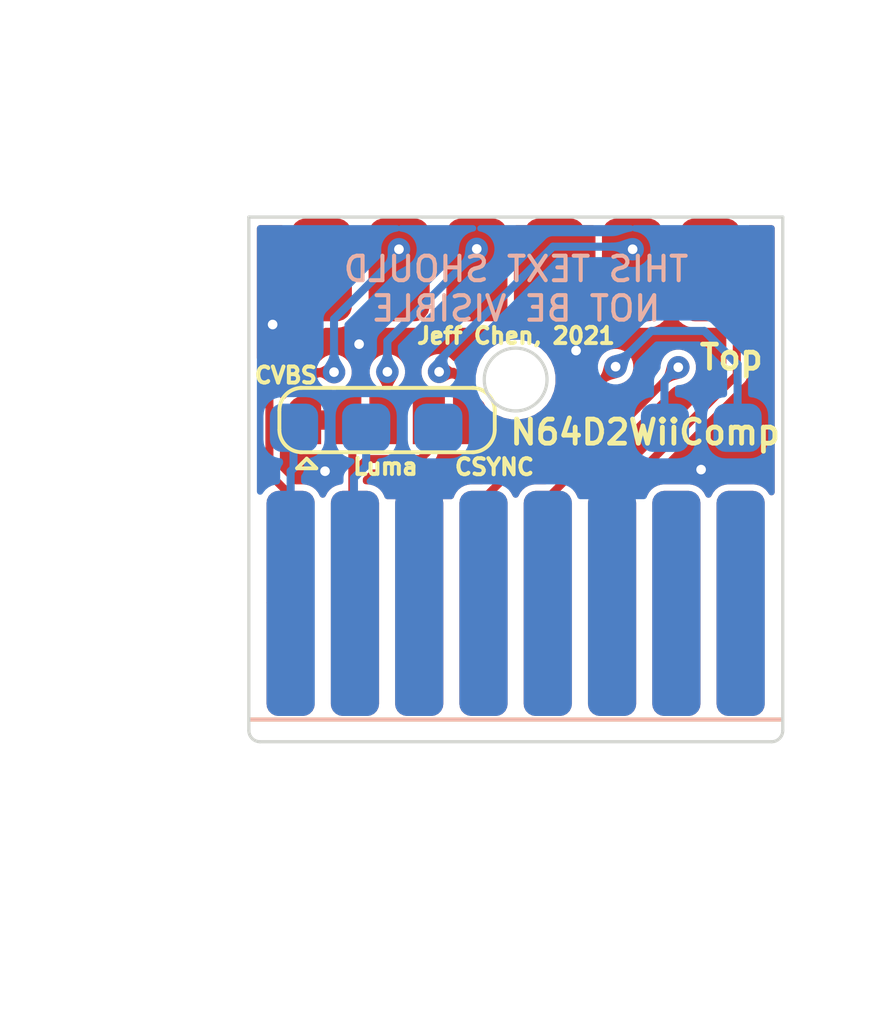
<source format=kicad_pcb>
(kicad_pcb (version 20171130) (host pcbnew "(5.1.8-0-10_14)")

  (general
    (thickness 1.6002)
    (drawings 16)
    (tracks 66)
    (zones 0)
    (modules 4)
    (nets 12)
  )

  (page USLetter)
  (title_block
    (rev 1)
  )

  (layers
    (0 Front signal)
    (31 Back signal)
    (34 B.Paste user)
    (35 F.Paste user)
    (36 B.SilkS user)
    (37 F.SilkS user)
    (38 B.Mask user)
    (39 F.Mask user)
    (42 Eco1.User user)
    (43 Eco2.User user)
    (44 Edge.Cuts user)
    (45 Margin user)
    (46 B.CrtYd user)
    (47 F.CrtYd user)
    (48 B.Fab user)
    (49 F.Fab user)
  )

  (setup
    (last_trace_width 0.25)
    (user_trace_width 0.254)
    (user_trace_width 0.508)
    (user_trace_width 0.762)
    (trace_clearance 0.2)
    (zone_clearance 0.2)
    (zone_45_only no)
    (trace_min 0.1524)
    (via_size 0.7)
    (via_drill 0.3)
    (via_min_size 0.508)
    (via_min_drill 0.254)
    (user_via 0.6858 0.3302)
    (user_via 0.889 0.381)
    (uvia_size 0.6858)
    (uvia_drill 0.254)
    (uvias_allowed no)
    (uvia_min_size 0)
    (uvia_min_drill 0)
    (edge_width 0.1)
    (segment_width 0.254)
    (pcb_text_width 0.3048)
    (pcb_text_size 1.524 1.524)
    (mod_edge_width 0.127)
    (mod_text_size 0.762 0.762)
    (mod_text_width 0.127)
    (pad_size 1.524 1.524)
    (pad_drill 0.762)
    (pad_to_mask_clearance 0.0508)
    (aux_axis_origin 0 0)
    (visible_elements FFFFFFFF)
    (pcbplotparams
      (layerselection 0x010fc_ffffffff)
      (usegerberextensions false)
      (usegerberattributes false)
      (usegerberadvancedattributes false)
      (creategerberjobfile false)
      (excludeedgelayer true)
      (linewidth 0.152400)
      (plotframeref false)
      (viasonmask false)
      (mode 1)
      (useauxorigin false)
      (hpglpennumber 1)
      (hpglpenspeed 20)
      (hpglpendiameter 15.000000)
      (psnegative false)
      (psa4output false)
      (plotreference true)
      (plotvalue false)
      (plotinvisibletext false)
      (padsonsilk false)
      (subtractmaskfromsilk true)
      (outputformat 1)
      (mirror false)
      (drillshape 0)
      (scaleselection 1)
      (outputdirectory "./gerbers"))
  )

  (net 0 "")
  (net 1 /Audio_R)
  (net 2 /Audio_L)
  (net 3 GND)
  (net 4 /Pb)
  (net 5 /Y)
  (net 6 /Pr)
  (net 7 /+5V)
  (net 8 /CVBS)
  (net 9 /Sync)
  (net 10 /CSync)
  (net 11 /Luma)

  (net_class Default "This is the default net class."
    (clearance 0.2)
    (trace_width 0.25)
    (via_dia 0.7)
    (via_drill 0.3)
    (uvia_dia 0.6858)
    (uvia_drill 0.254)
    (diff_pair_width 0.1524)
    (diff_pair_gap 0.1524)
    (add_net /+5V)
    (add_net /Audio_L)
    (add_net /Audio_R)
    (add_net /CSync)
    (add_net /CVBS)
    (add_net /Luma)
    (add_net /Pb)
    (add_net /Pr)
    (add_net /Sync)
    (add_net /Y)
    (add_net GND)
  )

  (module WiiComp:AV_Multi_Main (layer Front) (tedit 612B33DF) (tstamp 612BD092)
    (at 137.395 75.39)
    (path /612B0D9D)
    (fp_text reference P1 (at -4.36 -4.94) (layer F.Fab)
      (effects (font (size 1 1) (thickness 0.15)))
    )
    (fp_text value AVMulti_Main (at -4.36 -5.94) (layer F.Fab)
      (effects (font (size 1 1) (thickness 0.15)))
    )
    (fp_poly (pts (xy 15.043732 6.506783) (xy 7.832284 6.506783) (xy 7.832284 5.77198) (xy 7.831956 5.607324)
      (xy 7.83101 5.452213) (xy 7.829497 5.309591) (xy 7.827471 5.182399) (xy 7.824984 5.073583)
      (xy 7.822088 4.986086) (xy 7.818837 4.92285) (xy 7.816608 4.8966) (xy 7.784127 4.730828)
      (xy 7.726317 4.575907) (xy 7.645602 4.434004) (xy 7.544403 4.307286) (xy 7.425144 4.19792)
      (xy 7.290248 4.108074) (xy 7.142137 4.039915) (xy 6.983235 3.99561) (xy 6.815965 3.977327)
      (xy 6.788514 3.976961) (xy 6.620776 3.991171) (xy 6.458546 4.032666) (xy 6.305048 4.099741)
      (xy 6.163506 4.190692) (xy 6.037143 4.303816) (xy 5.935899 4.427676) (xy 5.894406 4.493434)
      (xy 5.854325 4.567603) (xy 5.823329 4.635804) (xy 5.819517 4.645765) (xy 5.802849 4.693728)
      (xy 5.788628 4.742064) (xy 5.776663 4.793449) (xy 5.766763 4.850561) (xy 5.758739 4.916078)
      (xy 5.7524 4.992677) (xy 5.747555 5.083037) (xy 5.744014 5.189834) (xy 5.741586 5.315746)
      (xy 5.740081 5.463452) (xy 5.739308 5.635629) (xy 5.739098 5.776188) (xy 5.738637 6.506783)
      (xy -1.443732 6.506783) (xy -1.443732 0.007757) (xy 15.043732 0.007757) (xy 15.043732 6.506783)) (layer Eco1.User) (width 0.01))
    (fp_poly (pts (xy 15.062003 16.219338) (xy -1.44 16.219338) (xy -1.44 4.987557) (xy 5.77403 4.987557)
      (xy 5.774474 5.040652) (xy 5.780122 5.101312) (xy 5.788692 5.165186) (xy 5.802425 5.248927)
      (xy 5.818822 5.316505) (xy 5.841776 5.380809) (xy 5.875184 5.454728) (xy 5.877883 5.460322)
      (xy 5.912213 5.525883) (xy 5.94945 5.588331) (xy 5.98391 5.638464) (xy 5.999827 5.657681)
      (xy 6.03813 5.699565) (xy 6.073864 5.739822) (xy 6.088108 5.756428) (xy 6.134694 5.800679)
      (xy 6.201646 5.849598) (xy 6.281663 5.898913) (xy 6.367441 5.944353) (xy 6.451678 5.981646)
      (xy 6.505218 6.000434) (xy 6.667058 6.034854) (xy 6.835142 6.043221) (xy 7.002725 6.025503)
      (xy 7.09647 6.003423) (xy 7.248956 5.944945) (xy 7.391439 5.861295) (xy 7.520195 5.755696)
      (xy 7.631503 5.631367) (xy 7.721641 5.491529) (xy 7.747015 5.440564) (xy 7.805873 5.28)
      (xy 7.836061 5.114911) (xy 7.837654 4.944762) (xy 7.82827 4.861044) (xy 7.812605 4.773648)
      (xy 7.792482 4.700734) (xy 7.763372 4.627705) (xy 7.741512 4.581431) (xy 7.707133 4.511832)
      (xy 7.680407 4.461016) (xy 7.656161 4.42167) (xy 7.629224 4.386481) (xy 7.594423 4.348134)
      (xy 7.546587 4.299317) (xy 7.530692 4.283318) (xy 7.402722 4.171318) (xy 7.26713 4.086329)
      (xy 7.120851 4.02701) (xy 6.960819 3.992022) (xy 6.84008 3.981335) (xy 6.763364 3.979)
      (xy 6.704627 3.980377) (xy 6.652876 3.986679) (xy 6.597118 3.999122) (xy 6.542719 4.014174)
      (xy 6.377353 4.07593) (xy 6.228275 4.160168) (xy 6.097288 4.264871) (xy 5.986194 4.388021)
      (xy 5.896796 4.527603) (xy 5.830896 4.681598) (xy 5.790297 4.84799) (xy 5.788765 4.857925)
      (xy 5.778793 4.930493) (xy 5.77403 4.987557) (xy -1.44 4.987557) (xy -1.44 0.008119)
      (xy 15.062003 0.008119) (xy 15.062003 16.219338)) (layer Eco2.User) (width 0.01))
    (pad 1 connect roundrect (at 12.85 1.6) (size 1.9 3.2) (layers Front F.Mask) (roundrect_rratio 0.25)
      (net 6 /Pr) (zone_connect 2))
    (pad 3 connect roundrect (at 10.43 1.6) (size 1.9 3.2) (layers Front F.Mask) (roundrect_rratio 0.25)
      (net 10 /CSync) (zone_connect 2))
    (pad 5 connect roundrect (at 8.01 1.6) (size 1.9 3.2) (layers Front F.Mask) (roundrect_rratio 0.25)
      (net 3 GND) (zone_connect 2))
    (pad 7 connect roundrect (at 5.59 1.6) (size 1.9 3.2) (layers Front F.Mask) (roundrect_rratio 0.25)
      (net 11 /Luma) (zone_connect 2))
    (pad 9 connect roundrect (at 3.17 1.6) (size 1.9 3.2) (layers Front F.Mask) (roundrect_rratio 0.25)
      (net 8 /CVBS) (zone_connect 2))
    (pad 2 connect roundrect (at 13.7 6.51) (size 1.5 1.5) (layers Back B.Mask) (roundrect_rratio 0.25)
      (net 5 /Y) (zone_connect 2))
    (pad 4 connect roundrect (at 11.44 6.51) (size 1.5 1.5) (layers Back B.Mask) (roundrect_rratio 0.25)
      (net 4 /Pb) (zone_connect 2))
    (pad 6 connect roundrect (at 9.18 6.51) (size 1.5 1.5) (layers Back B.Mask) (roundrect_rratio 0.25)
      (net 3 GND) (zone_connect 2))
    (pad 8 connect roundrect (at 4.39 6.51) (size 1.5 1.5) (layers Back B.Mask) (roundrect_rratio 0.25)
      (zone_connect 2))
    (pad 10 connect roundrect (at 2.145 6.51) (size 1.5 1.5) (layers Back B.Mask) (roundrect_rratio 0.25)
      (net 7 /+5V) (zone_connect 2))
    (pad 11 connect roundrect (at 0.75 1.6) (size 1.9 3.2) (layers Front F.Mask) (roundrect_rratio 0.25)
      (net 2 /Audio_L) (zone_connect 2))
    (pad 12 connect roundrect (at -0.1 6.51) (size 1.5 1.5) (layers Back B.Mask) (roundrect_rratio 0.25)
      (net 1 /Audio_R) (zone_connect 2))
    (model ${KIPRJMOD}/WiiComp_Sub/WiiComp_Sub-WiiComp_Sub_stepup.step
      (offset (xyz 145.31 105.6 -3.3))
      (scale (xyz 1 1 1))
      (rotate (xyz 0 180 0))
    )
  )

  (module WiiComp:Wii_AV_Multi (layer Front) (tedit 612BC447) (tstamp 612B11BB)
    (at 144.19 91.61)
    (path /612B24B3)
    (fp_text reference P2 (at -11.13 3.76) (layer F.Fab)
      (effects (font (size 1 1) (thickness 0.15)))
    )
    (fp_text value Wii_AV_Multi (at -11.03 7.98) (layer F.Fab)
      (effects (font (size 1 1) (thickness 0.15)))
    )
    (fp_poly (pts (xy 8.25 0) (xy -8.252003 0) (xy -8.252003 -11.231781) (xy -1.037973 -11.231781)
      (xy -1.037529 -11.178686) (xy -1.031881 -11.118026) (xy -1.023311 -11.054152) (xy -1.009578 -10.970411)
      (xy -0.993181 -10.902833) (xy -0.970227 -10.838529) (xy -0.936819 -10.76461) (xy -0.93412 -10.759016)
      (xy -0.89979 -10.693455) (xy -0.862553 -10.631007) (xy -0.828093 -10.580874) (xy -0.812176 -10.561657)
      (xy -0.773873 -10.519773) (xy -0.738139 -10.479516) (xy -0.723895 -10.46291) (xy -0.677309 -10.418659)
      (xy -0.610357 -10.36974) (xy -0.53034 -10.320425) (xy -0.444562 -10.274985) (xy -0.360325 -10.237692)
      (xy -0.306785 -10.218904) (xy -0.144945 -10.184484) (xy 0.023139 -10.176117) (xy 0.190722 -10.193835)
      (xy 0.284467 -10.215915) (xy 0.436953 -10.274393) (xy 0.579436 -10.358043) (xy 0.708192 -10.463642)
      (xy 0.8195 -10.587971) (xy 0.909638 -10.727809) (xy 0.935012 -10.778774) (xy 0.99387 -10.939338)
      (xy 1.024058 -11.104427) (xy 1.025651 -11.274576) (xy 1.016267 -11.358294) (xy 1.000602 -11.44569)
      (xy 0.980479 -11.518604) (xy 0.951369 -11.591633) (xy 0.929509 -11.637907) (xy 0.89513 -11.707506)
      (xy 0.868404 -11.758322) (xy 0.844158 -11.797668) (xy 0.817221 -11.832857) (xy 0.78242 -11.871204)
      (xy 0.734584 -11.920021) (xy 0.718689 -11.93602) (xy 0.590719 -12.04802) (xy 0.455127 -12.133009)
      (xy 0.308848 -12.192328) (xy 0.148816 -12.227316) (xy 0.028077 -12.238003) (xy -0.048639 -12.240338)
      (xy -0.107376 -12.238961) (xy -0.159127 -12.232659) (xy -0.214885 -12.220216) (xy -0.269284 -12.205164)
      (xy -0.43465 -12.143408) (xy -0.583728 -12.05917) (xy -0.714715 -11.954467) (xy -0.825809 -11.831317)
      (xy -0.915207 -11.691735) (xy -0.981107 -11.53774) (xy -1.021706 -11.371348) (xy -1.023238 -11.361413)
      (xy -1.03321 -11.288845) (xy -1.037973 -11.231781) (xy -8.252003 -11.231781) (xy -8.252003 -16.211219)
      (xy 8.25 -16.211219) (xy 8.25 0)) (layer Eco1.User) (width 0.01))
    (fp_line (start -9.31 -9.7) (end 9.58 -9.7) (layer F.Fab) (width 0.12))
    (fp_line (start -9.03 2.06) (end 9.5 2.06) (layer F.Fab) (width 0.12))
    (pad 1 smd roundrect (at -7 -4.25) (size 1.5 7) (layers Front F.Paste F.Mask) (roundrect_rratio 0.25)
      (net 2 /Audio_L) (zone_connect 2))
    (pad 3 smd roundrect (at -5 -4.25) (size 1.5 7) (layers Front F.Paste F.Mask) (roundrect_rratio 0.25)
      (net 9 /Sync) (zone_connect 2))
    (pad 5 smd roundrect (at -3 -4.25) (size 1.5 7) (layers Front F.Paste F.Mask) (roundrect_rratio 0.25)
      (net 3 GND) (zone_connect 2))
    (pad 7 smd roundrect (at -1 -4.25) (size 1.5 7) (layers Front F.Paste F.Mask) (roundrect_rratio 0.25)
      (net 5 /Y) (zone_connect 2))
    (pad 9 smd roundrect (at 1 -4.25) (size 1.5 7) (layers Front F.Paste F.Mask) (roundrect_rratio 0.25)
      (net 4 /Pb) (zone_connect 2))
    (pad 11 smd roundrect (at 3 -4.25) (size 1.5 7) (layers Front F.Paste F.Mask) (roundrect_rratio 0.25)
      (net 6 /Pr) (zone_connect 2))
    (pad 13 smd roundrect (at 5 -4.25) (size 1.5 7) (layers Front F.Paste F.Mask) (roundrect_rratio 0.25)
      (zone_connect 2))
    (pad 15 smd roundrect (at 7 -4.25) (size 1.5 7) (layers Front F.Paste F.Mask) (roundrect_rratio 0.25)
      (zone_connect 2))
    (pad 2 smd roundrect (at -7 -4.25) (size 1.5 7) (layers Back B.Paste B.Mask) (roundrect_rratio 0.25)
      (net 1 /Audio_R) (zone_connect 2))
    (pad 4 smd roundrect (at -5 -4.25) (size 1.5 7) (layers Back B.Paste B.Mask) (roundrect_rratio 0.25)
      (net 7 /+5V) (zone_connect 2))
    (pad 6 smd roundrect (at -3 -4.25) (size 1.5 7) (layers Back B.Paste B.Mask) (roundrect_rratio 0.25)
      (net 3 GND) (zone_connect 2))
    (pad 8 smd roundrect (at -1 -4.25) (size 1.5 7) (layers Back B.Paste B.Mask) (roundrect_rratio 0.25)
      (zone_connect 2))
    (pad 10 smd roundrect (at 1 -4.25) (size 1.5 7) (layers Back B.Paste B.Mask) (roundrect_rratio 0.25)
      (zone_connect 2))
    (pad 12 smd roundrect (at 3 -4.25) (size 1.5 7) (layers Back B.Paste B.Mask) (roundrect_rratio 0.25)
      (net 3 GND) (zone_connect 2))
    (pad 14 smd roundrect (at 5 -4.25) (size 1.5 7) (layers Back B.Paste B.Mask) (roundrect_rratio 0.25)
      (zone_connect 2))
    (pad 16 smd roundrect (at 7 -4.25) (size 1.5 7) (layers Back B.Paste B.Mask) (roundrect_rratio 0.25)
      (zone_connect 2))
  )

  (module WiiComp:SolderJumper-3_P1.3mm_Open_RoundedPad1.0x1.5mm (layer Front) (tedit 612D1847) (tstamp 614BD5AB)
    (at 141.49 81.66 180)
    (descr "SMD Solder 3-pad Jumper, 1x1.5mm rounded Pads, 0.3mm gap, open")
    (tags "solder jumper open")
    (path /612F6C3B)
    (attr virtual)
    (fp_text reference JP2 (at 0 -1.8) (layer F.Fab)
      (effects (font (size 1 1) (thickness 0.15)))
    )
    (fp_text value "CSync/Luma Jumper" (at 0 1.9) (layer F.Fab)
      (effects (font (size 1 1) (thickness 0.15)))
    )
    (fp_poly (pts (xy 0.83 0.7) (xy -0.9 0.7) (xy -0.9 -0.7) (xy 0.83 -0.7)) (layer F.Mask) (width 0.1))
    (fp_line (start -1.2 1.2) (end -0.9 1.5) (layer F.Fab) (width 0.12))
    (fp_line (start -1.5 1.5) (end -0.9 1.5) (layer F.Fab) (width 0.12))
    (fp_line (start -1.2 1.2) (end -1.5 1.5) (layer F.Fab) (width 0.12))
    (fp_line (start -2.05 0.3) (end -2.05 -0.3) (layer F.SilkS) (width 0.12))
    (fp_line (start 1.4 1) (end -1.4 1) (layer F.SilkS) (width 0.12))
    (fp_line (start 2.05 -0.3) (end 2.05 0.3) (layer F.Fab) (width 0.12))
    (fp_line (start -1.4 -1) (end 1.4 -1) (layer F.SilkS) (width 0.12))
    (fp_line (start -2.3 -1.25) (end 2.3 -1.25) (layer F.CrtYd) (width 0.05))
    (fp_line (start -2.3 -1.25) (end -2.3 1.25) (layer F.CrtYd) (width 0.05))
    (fp_line (start 2.3 1.25) (end 2.3 -1.25) (layer F.CrtYd) (width 0.05))
    (fp_line (start 2.3 1.25) (end -2.3 1.25) (layer F.CrtYd) (width 0.05))
    (fp_arc (start 1.35 -0.3) (end 2.05 -0.3) (angle -90) (layer F.Fab) (width 0.12))
    (fp_arc (start 1.35 0.3) (end 1.35 1) (angle -90) (layer F.Fab) (width 0.12))
    (fp_arc (start -1.35 0.3) (end -2.05 0.3) (angle -90) (layer F.SilkS) (width 0.12))
    (fp_arc (start -1.35 -0.3) (end -1.35 -1) (angle -90) (layer F.SilkS) (width 0.12))
    (pad 1 smd custom (at -1.3 0 180) (size 1 0.5) (layers Front F.Mask)
      (net 10 /CSync) (zone_connect 2)
      (options (clearance outline) (anchor rect))
      (primitives
        (gr_circle (center 0 0.25) (end 0.5 0.25) (width 0))
        (gr_circle (center 0 -0.25) (end 0.5 -0.25) (width 0))
        (gr_poly (pts
           (xy 0.55 -0.75) (xy 0 -0.75) (xy 0 0.75) (xy 0.55 0.75)) (width 0))
      ))
    (pad 3 smd custom (at 1.3 0 180) (size 1 0.5) (layers Front F.Mask)
      (net 11 /Luma) (zone_connect 2)
      (options (clearance outline) (anchor rect))
      (primitives
        (gr_circle (center 0 0.25) (end 0.5 0.25) (width 0))
        (gr_circle (center 0 -0.25) (end 0.5 -0.25) (width 0))
        (gr_poly (pts
           (xy -0.55 -0.75) (xy 0 -0.75) (xy 0 0.75) (xy -0.55 0.75)) (width 0))
      ))
    (pad 2 smd rect (at 0 0 180) (size 1 1.5) (layers Front F.Mask)
      (net 9 /Sync))
  )

  (module WiiComp:SolderJumper-3_P1.3mm_Bridged12_RoundedPad1.0x1.5mm (layer Front) (tedit 612D186E) (tstamp 612C365E)
    (at 138.89 81.66)
    (descr "SMD Solder 3-pad Jumper, 1x1.5mm rounded Pads, 0.3mm gap, pads 1-2 bridged with 1 copper strip")
    (tags "solder jumper open")
    (path /613016CC)
    (attr virtual)
    (fp_text reference JP1 (at 0 -1.8) (layer F.Fab)
      (effects (font (size 1 1) (thickness 0.15)))
    )
    (fp_text value "CVBS/Luma Jumper" (at 0 1.9) (layer F.Fab)
      (effects (font (size 1 1) (thickness 0.15)))
    )
    (fp_poly (pts (xy 0.82 0.7) (xy -0.81 0.7) (xy -0.81 -0.7) (xy 0.82 -0.7)) (layer F.Mask) (width 0.1))
    (fp_line (start -1.2 1.2) (end -0.9 1.5) (layer F.SilkS) (width 0.12))
    (fp_line (start -1.5 1.5) (end -0.9 1.5) (layer F.SilkS) (width 0.12))
    (fp_line (start -1.2 1.2) (end -1.5 1.5) (layer F.SilkS) (width 0.12))
    (fp_line (start -2.05 0.3) (end -2.05 -0.3) (layer F.SilkS) (width 0.12))
    (fp_line (start 1.4 1) (end -1.4 1) (layer F.SilkS) (width 0.12))
    (fp_line (start 2.05 -0.3) (end 2.05 0.3) (layer F.Fab) (width 0.12))
    (fp_line (start -1.4 -1) (end 1.4 -1) (layer F.SilkS) (width 0.12))
    (fp_line (start -2.3 -1.25) (end 2.3 -1.25) (layer F.CrtYd) (width 0.05))
    (fp_line (start -2.3 -1.25) (end -2.3 1.25) (layer F.CrtYd) (width 0.05))
    (fp_line (start 2.3 1.25) (end 2.3 -1.25) (layer F.CrtYd) (width 0.05))
    (fp_line (start 2.3 1.25) (end -2.3 1.25) (layer F.CrtYd) (width 0.05))
    (fp_poly (pts (xy -0.9 -0.3) (xy -0.4 -0.3) (xy -0.4 0.3) (xy -0.9 0.3)) (layer Front) (width 0))
    (fp_poly (pts (xy -0.5 0.3) (xy -0.75071 0.3) (xy -0.75071 -0.300436) (xy -0.5 -0.300436)) (layer F.Mask) (width 0.1))
    (fp_arc (start 1.35 -0.3) (end 2.05 -0.3) (angle -90) (layer F.Fab) (width 0.12))
    (fp_arc (start 1.35 0.3) (end 1.35 1) (angle -90) (layer F.Fab) (width 0.12))
    (fp_arc (start -1.35 0.3) (end -2.05 0.3) (angle -90) (layer F.SilkS) (width 0.12))
    (fp_arc (start -1.35 -0.3) (end -1.35 -1) (angle -90) (layer F.SilkS) (width 0.12))
    (pad 3 smd custom (at 1.3 0) (size 1 0.5) (layers Front F.Mask)
      (net 11 /Luma) (zone_connect 2)
      (options (clearance outline) (anchor rect))
      (primitives
        (gr_circle (center 0 0.25) (end 0.5 0.25) (width 0))
        (gr_circle (center 0 -0.25) (end 0.5 -0.25) (width 0))
        (gr_poly (pts
           (xy -0.55 -0.75) (xy 0 -0.75) (xy 0 0.75) (xy -0.55 0.75)) (width 0))
      ))
    (pad 2 smd rect (at 0 0) (size 1 1.5) (layers Front F.Mask)
      (net 9 /Sync))
    (pad 1 smd custom (at -1.3 0) (size 1 0.5) (layers Front F.Mask)
      (net 8 /CVBS) (zone_connect 2)
      (options (clearance outline) (anchor rect))
      (primitives
        (gr_circle (center 0 0.25) (end 0.5 0.25) (width 0))
        (gr_circle (center 0 -0.25) (end 0.5 -0.25) (width 0))
        (gr_poly (pts
           (xy 0.55 -0.75) (xy 0 -0.75) (xy 0 0.75) (xy 0.55 0.75)) (width 0))
      ))
  )

  (gr_text "THIS TEXT SHOULD\nNOT BE VISIBLE" (at 144.2 77.58) (layer B.SilkS)
    (effects (font (size 0.762 0.762) (thickness 0.127)) (justify mirror))
  )
  (gr_line (start 135.94 90.97) (end 152.48 90.97) (layer B.SilkS) (width 0.127))
  (gr_line (start 135.94 90.97) (end 152.42 90.97) (layer F.SilkS) (width 0.127))
  (gr_text "Jeff Chen, 2021" (at 144.2 79.04) (layer F.SilkS)
    (effects (font (size 0.5 0.5) (thickness 0.125)))
  )
  (gr_text Luma (at 140.14 83.11) (layer F.SilkS)
    (effects (font (size 0.5 0.5) (thickness 0.125)))
  )
  (gr_text CSYNC (at 143.53 83.12) (layer F.SilkS)
    (effects (font (size 0.5 0.5) (thickness 0.125)))
  )
  (gr_text CVBS (at 137.04 80.27) (layer F.SilkS)
    (effects (font (size 0.5 0.5) (thickness 0.125)))
  )
  (gr_text Top (at 150.9 79.71) (layer F.SilkS)
    (effects (font (size 0.75 0.75) (thickness 0.15)))
  )
  (gr_text N64D2WiiComp (at 148.22 82.04) (layer F.SilkS)
    (effects (font (size 0.75 0.75) (thickness 0.15)))
  )
  (gr_arc (start 152.15 91.31) (end 152.15 91.66) (angle -90) (layer Edge.Cuts) (width 0.1) (tstamp 612B18E6))
  (gr_arc (start 136.24 91.31) (end 135.89 91.31) (angle -90) (layer Edge.Cuts) (width 0.1))
  (gr_circle (center 144.19 80.4) (end 144.99 80.96) (layer Edge.Cuts) (width 0.1))
  (gr_line (start 152.5 75.35) (end 152.5 91.31) (layer Edge.Cuts) (width 0.1))
  (gr_line (start 152.15 91.66) (end 136.24 91.66) (layer Edge.Cuts) (width 0.1))
  (gr_line (start 135.89 75.35) (end 152.5 75.35) (layer Edge.Cuts) (width 0.1))
  (gr_line (start 135.89 75.35) (end 135.89 91.31) (layer Edge.Cuts) (width 0.1))

  (segment (start 137.19 83.25) (end 137.19 87.01) (width 0.25) (layer Back) (net 1) (status 20))
  (segment (start 137.28 83.16) (end 137.19 83.25) (width 0.25) (layer Back) (net 1))
  (segment (start 137.28 81.9) (end 137.28 83.16) (width 0.25) (layer Back) (net 1) (status 10))
  (segment (start 137.14 88.04) (end 137.16 88.06) (width 0.25) (layer Front) (net 2) (status 30))
  (segment (start 136.53 83.34) (end 137.14 83.95) (width 0.25) (layer Front) (net 2) (status 20))
  (segment (start 137.14 83.95) (end 137.14 88.04) (width 0.25) (layer Front) (net 2) (status 30))
  (segment (start 138.13 78.44) (end 136.53 80.04) (width 0.25) (layer Front) (net 2) (status 10))
  (segment (start 136.53 80.04) (end 136.53 83.34) (width 0.25) (layer Front) (net 2))
  (segment (start 138.13 76.99) (end 138.13 78.44) (width 0.25) (layer Front) (net 2) (status 30))
  (via (at 146.07 79.5) (size 0.7) (drill 0.3) (layers Front Back) (net 3))
  (segment (start 141.19 87.22) (end 141.19 83.59) (width 0.25) (layer Back) (net 3) (status 10))
  (segment (start 147.19 87.36) (end 147.19 83.66) (width 0.25) (layer Back) (net 3) (status 10))
  (segment (start 141.19 87.36) (end 141.19 83.59) (width 0.25) (layer Front) (net 3) (status 10))
  (via (at 139.32 79.3) (size 0.7) (drill 0.3) (layers Front Back) (net 3))
  (via (at 149.96 83.2) (size 0.7) (drill 0.3) (layers Front Back) (net 3))
  (via (at 138.26 83.25) (size 0.7) (drill 0.3) (layers Front Back) (net 3))
  (via (at 136.63 78.69) (size 0.7) (drill 0.3) (layers Front Back) (net 3))
  (via (at 149.25 80.02) (size 0.7) (drill 0.3) (layers Front Back) (net 4))
  (segment (start 145.23 88.04) (end 145.23 84.04) (width 0.25) (layer Front) (net 4) (status 30))
  (segment (start 145.23 84.04) (end 149.25 80.02) (width 0.25) (layer Front) (net 4) (status 10))
  (segment (start 148.82 81.9) (end 148.82 80.45) (width 0.25) (layer Back) (net 4) (status 10))
  (segment (start 148.82 80.45) (end 149.25 80.02) (width 0.25) (layer Back) (net 4))
  (segment (start 143.2 84.099998) (end 146.950001 80.349997) (width 0.25) (layer Front) (net 5) (status 10))
  (segment (start 143.2 87.01) (end 143.2 84.099998) (width 0.25) (layer Front) (net 5) (status 30))
  (via (at 147.3 79.999998) (size 0.7) (drill 0.3) (layers Front Back) (net 5))
  (segment (start 146.950001 80.349997) (end 147.3 79.999998) (width 0.25) (layer Front) (net 5))
  (segment (start 148.409998 78.89) (end 147.3 79.999998) (width 0.25) (layer Back) (net 5))
  (segment (start 150.06 78.89) (end 148.409998 78.89) (width 0.25) (layer Back) (net 5))
  (segment (start 151.095 79.925) (end 150.06 78.89) (width 0.25) (layer Back) (net 5))
  (segment (start 151.095 81.9) (end 151.095 79.925) (width 0.25) (layer Back) (net 5) (status 10))
  (segment (start 147.18 84.15) (end 147.18 88.01) (width 0.25) (layer Front) (net 6) (status 30))
  (segment (start 151.07 77.83) (end 151.07 80.26) (width 0.25) (layer Front) (net 6) (status 10))
  (segment (start 150.23 76.99) (end 151.07 77.83) (width 0.25) (layer Front) (net 6) (status 30))
  (segment (start 151.07 80.26) (end 147.18 84.15) (width 0.25) (layer Front) (net 6) (status 20))
  (segment (start 139.54 83.08) (end 139.16 83.46) (width 0.25) (layer Back) (net 7))
  (segment (start 139.16 83.46) (end 139.16 87.32) (width 0.25) (layer Back) (net 7) (status 20))
  (segment (start 139.54 81.9) (end 139.54 83.08) (width 0.25) (layer Back) (net 7) (status 10))
  (via (at 140.56 76.35) (size 0.7) (drill 0.3) (layers Front Back) (net 8) (status 30))
  (via (at 138.54 80.17) (size 0.7) (drill 0.3) (layers Front Back) (net 8))
  (segment (start 138.54 78.52) (end 138.54 80.17) (width 0.25) (layer Back) (net 8))
  (segment (start 140.56 76.5) (end 138.54 78.52) (width 0.25) (layer Back) (net 8))
  (segment (start 140.56 76.27) (end 140.56 76.5) (width 0.25) (layer Back) (net 8))
  (segment (start 138.54 80.17) (end 138.02 80.17) (width 0.25) (layer Front) (net 8))
  (segment (start 138.02 80.17) (end 137.59 80.6) (width 0.25) (layer Front) (net 8))
  (segment (start 137.59 80.6) (end 137.59 81.67) (width 0.25) (layer Front) (net 8))
  (segment (start 139.11 81.99) (end 139.11 82.92) (width 0.25) (layer Front) (net 9) (status 10))
  (segment (start 139.11 83.18) (end 139.11 87.15) (width 0.25) (layer Front) (net 9) (status 20))
  (segment (start 139.11 82.92) (end 139.11 83.18) (width 0.25) (layer Front) (net 9))
  (segment (start 141.23 82.87) (end 139.57 82.87) (width 0.25) (layer Front) (net 9))
  (segment (start 139.57 82.87) (end 139.11 83.33) (width 0.25) (layer Front) (net 9))
  (segment (start 141.44 82.66) (end 141.23 82.87) (width 0.25) (layer Front) (net 9))
  (segment (start 141.44 81.66) (end 141.44 82.66) (width 0.25) (layer Front) (net 9) (status 10))
  (via (at 147.83 76.35) (size 0.7) (drill 0.3) (layers Front Back) (net 10) (status 30))
  (via (at 141.81 80.159998) (size 0.7) (drill 0.3) (layers Front Back) (net 10))
  (segment (start 145.35 76.27) (end 141.81 79.81) (width 0.25) (layer Back) (net 10))
  (segment (start 141.81 79.81) (end 141.81 80.159998) (width 0.25) (layer Back) (net 10))
  (segment (start 147.83 76.27) (end 145.35 76.27) (width 0.25) (layer Back) (net 10))
  (segment (start 141.81 80.159998) (end 142.249998 80.159998) (width 0.25) (layer Front) (net 10))
  (segment (start 142.249998 80.159998) (end 142.72 80.63) (width 0.25) (layer Front) (net 10))
  (segment (start 142.72 80.63) (end 142.72 81.66) (width 0.25) (layer Front) (net 10))
  (via (at 142.98 76.34) (size 0.7) (drill 0.3) (layers Front Back) (net 11) (status 30))
  (via (at 140.2 80.160008) (size 0.7) (drill 0.3) (layers Front Back) (net 11))
  (segment (start 140.2 81.66) (end 140.2 80.160008) (width 0.25) (layer Front) (net 11) (status 10))
  (segment (start 140.2 79.2) (end 140.2 80.160008) (width 0.25) (layer Back) (net 11))
  (segment (start 142.98 76.42) (end 140.2 79.2) (width 0.25) (layer Back) (net 11))
  (segment (start 142.98 76.34) (end 142.98 76.42) (width 0.25) (layer Back) (net 11))

  (zone (net 3) (net_name GND) (layer Front) (tstamp 0) (hatch edge 0.508)
    (connect_pads yes (clearance 0.2))
    (min_thickness 0.2)
    (fill yes (arc_segments 32) (thermal_gap 0.4) (thermal_bridge_width 0.4))
    (polygon
      (pts
        (xy 154.125 84.12) (xy 132.395 84.12) (xy 132.57 72.4) (xy 154.3 72.4)
      )
    )
    (filled_polygon
      (pts
        (xy 146.588468 75.713522) (xy 146.573549 75.865) (xy 146.573549 78.115) (xy 146.588468 78.266478) (xy 146.632653 78.412135)
        (xy 146.704405 78.546373) (xy 146.800966 78.664034) (xy 146.918627 78.760595) (xy 147.052865 78.832347) (xy 147.198522 78.876532)
        (xy 147.35 78.891451) (xy 148.3 78.891451) (xy 148.451478 78.876532) (xy 148.597135 78.832347) (xy 148.731373 78.760595)
        (xy 148.849034 78.664034) (xy 148.945595 78.546373) (xy 149.017347 78.412135) (xy 149.035 78.353941) (xy 149.052653 78.412135)
        (xy 149.124405 78.546373) (xy 149.220966 78.664034) (xy 149.338627 78.760595) (xy 149.472865 78.832347) (xy 149.618522 78.876532)
        (xy 149.77 78.891451) (xy 150.645 78.891451) (xy 150.645001 80.083958) (xy 147.170411 83.558549) (xy 146.815 83.558549)
        (xy 146.683031 83.571547) (xy 146.556133 83.610041) (xy 146.439184 83.672552) (xy 146.336677 83.756677) (xy 146.252552 83.859184)
        (xy 146.190041 83.976133) (xy 146.19 83.976268) (xy 146.189959 83.976133) (xy 146.127448 83.859184) (xy 146.075345 83.795695)
        (xy 149.059256 80.811784) (xy 149.104618 80.76921) (xy 149.136526 80.743571) (xy 149.159857 80.728169) (xy 149.178609 80.718398)
        (xy 149.198924 80.710246) (xy 149.227135 80.701391) (xy 149.267366 80.690696) (xy 149.317845 80.677767) (xy 149.323713 80.676201)
        (xy 149.380956 80.660298) (xy 149.392422 80.656864) (xy 149.412515 80.650408) (xy 149.439598 80.645021) (xy 149.55789 80.596022)
        (xy 149.664351 80.524888) (xy 149.754888 80.434351) (xy 149.826022 80.32789) (xy 149.875021 80.209598) (xy 149.9 80.084019)
        (xy 149.9 79.955981) (xy 149.875021 79.830402) (xy 149.826022 79.71211) (xy 149.754888 79.605649) (xy 149.664351 79.515112)
        (xy 149.55789 79.443978) (xy 149.439598 79.394979) (xy 149.314019 79.37) (xy 149.185981 79.37) (xy 149.060402 79.394979)
        (xy 148.94211 79.443978) (xy 148.835649 79.515112) (xy 148.745112 79.605649) (xy 148.673978 79.71211) (xy 148.624979 79.830402)
        (xy 148.619595 79.85747) (xy 148.613136 79.877571) (xy 148.609701 79.889043) (xy 148.593798 79.946286) (xy 148.592232 79.952154)
        (xy 148.579303 80.002633) (xy 148.568608 80.042864) (xy 148.559753 80.071075) (xy 148.551601 80.09139) (xy 148.54183 80.110142)
        (xy 148.526428 80.133473) (xy 148.500789 80.165382) (xy 148.458211 80.210749) (xy 145.110411 83.558549) (xy 144.815 83.558549)
        (xy 144.683031 83.571547) (xy 144.556133 83.610041) (xy 144.439184 83.672552) (xy 144.336677 83.756677) (xy 144.252552 83.859184)
        (xy 144.190041 83.976133) (xy 144.19 83.976268) (xy 144.189959 83.976133) (xy 144.127448 83.859184) (xy 144.088866 83.812172)
        (xy 147.1023 80.798739) (xy 147.148979 80.75483) (xy 147.182311 80.727848) (xy 147.207003 80.711322) (xy 147.22693 80.700718)
        (xy 147.248062 80.691991) (xy 147.276698 80.682685) (xy 147.317022 80.671583) (xy 147.367945 80.658173) (xy 147.373044 80.656782)
        (xy 147.431125 80.640388) (xy 147.441788 80.637164) (xy 147.463058 80.630298) (xy 147.489598 80.625019) (xy 147.60789 80.57602)
        (xy 147.714351 80.504886) (xy 147.804888 80.414349) (xy 147.876022 80.307888) (xy 147.925021 80.189596) (xy 147.95 80.064017)
        (xy 147.95 79.935979) (xy 147.925021 79.8104) (xy 147.876022 79.692108) (xy 147.804888 79.585647) (xy 147.714351 79.49511)
        (xy 147.60789 79.423976) (xy 147.489598 79.374977) (xy 147.364019 79.349998) (xy 147.235981 79.349998) (xy 147.110402 79.374977)
        (xy 146.99211 79.423976) (xy 146.885649 79.49511) (xy 146.795112 79.585647) (xy 146.723978 79.692108) (xy 146.674979 79.8104)
        (xy 146.669701 79.836936) (xy 146.662835 79.858204) (xy 146.659609 79.868872) (xy 146.643215 79.926953) (xy 146.641824 79.932052)
        (xy 146.628414 79.982975) (xy 146.617312 80.023299) (xy 146.608006 80.051935) (xy 146.599279 80.073067) (xy 146.588675 80.092994)
        (xy 146.572149 80.117686) (xy 146.545161 80.151026) (xy 146.50127 80.197687) (xy 143.140409 83.558549) (xy 142.815 83.558549)
        (xy 142.683031 83.571547) (xy 142.556133 83.610041) (xy 142.439184 83.672552) (xy 142.336677 83.756677) (xy 142.252552 83.859184)
        (xy 142.190041 83.976133) (xy 142.176734 84.02) (xy 140.203266 84.02) (xy 140.189959 83.976133) (xy 140.127448 83.859184)
        (xy 140.043323 83.756677) (xy 139.940816 83.672552) (xy 139.823867 83.610041) (xy 139.696969 83.571547) (xy 139.565 83.558549)
        (xy 139.535 83.558549) (xy 139.535 83.50604) (xy 139.746041 83.295) (xy 141.209133 83.295) (xy 141.23 83.297055)
        (xy 141.250867 83.295) (xy 141.250874 83.295) (xy 141.313314 83.28885) (xy 141.393427 83.264548) (xy 141.46726 83.225084)
        (xy 141.531974 83.171974) (xy 141.545284 83.155756) (xy 141.725756 82.975284) (xy 141.741974 82.961974) (xy 141.795084 82.89726)
        (xy 141.824353 82.842501) (xy 141.834548 82.823428) (xy 141.85885 82.743315) (xy 141.861988 82.711451) (xy 141.99 82.711451)
        (xy 142.04881 82.705659) (xy 142.10536 82.688504) (xy 142.114999 82.683352) (xy 142.124639 82.688505) (xy 142.18119 82.70566)
        (xy 142.24 82.711452) (xy 142.79 82.711452) (xy 142.81445 82.709044) (xy 142.839009 82.709044) (xy 142.897819 82.703252)
        (xy 142.993952 82.68413) (xy 143.050501 82.666976) (xy 143.141057 82.629467) (xy 143.193176 82.601609) (xy 143.274675 82.547153)
        (xy 143.320356 82.509664) (xy 143.389664 82.440356) (xy 143.427153 82.394675) (xy 143.481609 82.313176) (xy 143.509467 82.261057)
        (xy 143.546976 82.170501) (xy 143.56413 82.113952) (xy 143.583252 82.017819) (xy 143.589044 81.959009) (xy 143.589044 81.93445)
        (xy 143.591452 81.91) (xy 143.591452 81.602522) (xy 143.799125 81.688543) (xy 144.058018 81.74004) (xy 144.321982 81.74004)
        (xy 144.580875 81.688543) (xy 144.824747 81.587528) (xy 145.044226 81.440877) (xy 145.230877 81.254226) (xy 145.377528 81.034747)
        (xy 145.478543 80.790875) (xy 145.53004 80.531982) (xy 145.53004 80.268018) (xy 145.478543 80.009125) (xy 145.377528 79.765253)
        (xy 145.230877 79.545774) (xy 145.044226 79.359123) (xy 144.824747 79.212472) (xy 144.580875 79.111457) (xy 144.321982 79.05996)
        (xy 144.058018 79.05996) (xy 143.799125 79.111457) (xy 143.555253 79.212472) (xy 143.335774 79.359123) (xy 143.149123 79.545774)
        (xy 143.002472 79.765253) (xy 142.901457 80.009125) (xy 142.868061 80.17702) (xy 142.565281 79.874241) (xy 142.551972 79.858024)
        (xy 142.487258 79.804914) (xy 142.413425 79.76545) (xy 142.333312 79.741148) (xy 142.313008 79.739148) (xy 142.302854 79.731058)
        (xy 142.265845 79.696604) (xy 142.224351 79.65511) (xy 142.11789 79.583976) (xy 141.999598 79.534977) (xy 141.874019 79.509998)
        (xy 141.745981 79.509998) (xy 141.620402 79.534977) (xy 141.50211 79.583976) (xy 141.395649 79.65511) (xy 141.305112 79.745647)
        (xy 141.233978 79.852108) (xy 141.184979 79.9704) (xy 141.16 80.095979) (xy 141.16 80.224017) (xy 141.184979 80.349596)
        (xy 141.233978 80.467888) (xy 141.305112 80.574349) (xy 141.339312 80.608549) (xy 140.99 80.608549) (xy 140.93119 80.614341)
        (xy 140.87464 80.631496) (xy 140.865001 80.636648) (xy 140.855361 80.631495) (xy 140.79881 80.61434) (xy 140.74 80.608548)
        (xy 140.69449 80.608548) (xy 140.713089 80.57714) (xy 140.716128 80.571889) (xy 140.74536 80.520167) (xy 140.75104 80.509631)
        (xy 140.76069 80.490844) (xy 140.776022 80.467898) (xy 140.825021 80.349606) (xy 140.85 80.224027) (xy 140.85 80.095989)
        (xy 140.825021 79.97041) (xy 140.776022 79.852118) (xy 140.704888 79.745657) (xy 140.614351 79.65512) (xy 140.50789 79.583986)
        (xy 140.389598 79.534987) (xy 140.264019 79.510008) (xy 140.135981 79.510008) (xy 140.010402 79.534987) (xy 139.89211 79.583986)
        (xy 139.785649 79.65512) (xy 139.695112 79.745657) (xy 139.623978 79.852118) (xy 139.574979 79.97041) (xy 139.55 80.095989)
        (xy 139.55 80.224027) (xy 139.574979 80.349606) (xy 139.623978 80.467898) (xy 139.639307 80.49084) (xy 139.648957 80.509627)
        (xy 139.654639 80.520167) (xy 139.683871 80.571889) (xy 139.68691 80.57714) (xy 139.705509 80.608548) (xy 139.64 80.608548)
        (xy 139.58119 80.61434) (xy 139.524639 80.631495) (xy 139.514999 80.636648) (xy 139.50536 80.631496) (xy 139.44881 80.614341)
        (xy 139.39 80.608549) (xy 139.02069 80.608549) (xy 139.044888 80.584351) (xy 139.116022 80.47789) (xy 139.165021 80.359598)
        (xy 139.19 80.234019) (xy 139.19 80.105981) (xy 139.165021 79.980402) (xy 139.116022 79.86211) (xy 139.044888 79.755649)
        (xy 138.954351 79.665112) (xy 138.84789 79.593978) (xy 138.729598 79.544979) (xy 138.604019 79.52) (xy 138.475981 79.52)
        (xy 138.350402 79.544979) (xy 138.23211 79.593978) (xy 138.125649 79.665112) (xy 138.086815 79.703946) (xy 138.059072 79.72851)
        (xy 138.043931 79.738723) (xy 138.033037 79.744229) (xy 138.02 79.742945) (xy 137.999133 79.745) (xy 137.999126 79.745)
        (xy 137.944327 79.750397) (xy 137.936685 79.75115) (xy 137.856572 79.775452) (xy 137.834238 79.78739) (xy 137.78274 79.814916)
        (xy 137.718026 79.868026) (xy 137.704721 79.884238) (xy 137.304243 80.284717) (xy 137.288026 80.298026) (xy 137.234916 80.362741)
        (xy 137.195452 80.436574) (xy 137.185953 80.467888) (xy 137.17214 80.513425) (xy 137.17115 80.516687) (xy 137.165 80.579127)
        (xy 137.165 80.579133) (xy 137.162945 80.6) (xy 137.165 80.620867) (xy 137.165 80.732973) (xy 137.105325 80.772847)
        (xy 137.059644 80.810336) (xy 136.990336 80.879644) (xy 136.955 80.922702) (xy 136.955 80.21604) (xy 138.27959 78.891451)
        (xy 138.62 78.891451) (xy 138.771478 78.876532) (xy 138.917135 78.832347) (xy 139.051373 78.760595) (xy 139.169034 78.664034)
        (xy 139.265595 78.546373) (xy 139.337347 78.412135) (xy 139.355 78.353941) (xy 139.372653 78.412135) (xy 139.444405 78.546373)
        (xy 139.540966 78.664034) (xy 139.658627 78.760595) (xy 139.792865 78.832347) (xy 139.938522 78.876532) (xy 140.09 78.891451)
        (xy 141.04 78.891451) (xy 141.191478 78.876532) (xy 141.337135 78.832347) (xy 141.471373 78.760595) (xy 141.589034 78.664034)
        (xy 141.685595 78.546373) (xy 141.757347 78.412135) (xy 141.775 78.353941) (xy 141.792653 78.412135) (xy 141.864405 78.546373)
        (xy 141.960966 78.664034) (xy 142.078627 78.760595) (xy 142.212865 78.832347) (xy 142.358522 78.876532) (xy 142.51 78.891451)
        (xy 143.46 78.891451) (xy 143.611478 78.876532) (xy 143.757135 78.832347) (xy 143.891373 78.760595) (xy 144.009034 78.664034)
        (xy 144.105595 78.546373) (xy 144.177347 78.412135) (xy 144.221532 78.266478) (xy 144.236451 78.115) (xy 144.236451 75.865)
        (xy 144.221532 75.713522) (xy 144.21743 75.7) (xy 146.59257 75.7)
      )
    )
    (filled_polygon
      (pts
        (xy 152.150001 83.901377) (xy 152.127448 83.859184) (xy 152.043323 83.756677) (xy 151.940816 83.672552) (xy 151.823867 83.610041)
        (xy 151.696969 83.571547) (xy 151.565 83.558549) (xy 150.815 83.558549) (xy 150.683031 83.571547) (xy 150.556133 83.610041)
        (xy 150.439184 83.672552) (xy 150.336677 83.756677) (xy 150.252552 83.859184) (xy 150.190041 83.976133) (xy 150.19 83.976268)
        (xy 150.189959 83.976133) (xy 150.127448 83.859184) (xy 150.043323 83.756677) (xy 149.940816 83.672552) (xy 149.823867 83.610041)
        (xy 149.696969 83.571547) (xy 149.565 83.558549) (xy 148.815 83.558549) (xy 148.683031 83.571547) (xy 148.556133 83.610041)
        (xy 148.439184 83.672552) (xy 148.336677 83.756677) (xy 148.252552 83.859184) (xy 148.190041 83.976133) (xy 148.19 83.976268)
        (xy 148.189959 83.976133) (xy 148.127448 83.859184) (xy 148.10239 83.82865) (xy 151.355762 80.575279) (xy 151.371974 80.561974)
        (xy 151.425084 80.49726) (xy 151.457521 80.436574) (xy 151.464548 80.423428) (xy 151.48885 80.343314) (xy 151.489464 80.337083)
        (xy 151.495 80.280874) (xy 151.495 80.280867) (xy 151.497055 80.26) (xy 151.495 80.239133) (xy 151.495 78.129733)
        (xy 151.496451 78.115) (xy 151.496451 77.836132) (xy 151.497055 77.829999) (xy 151.496451 77.823866) (xy 151.496451 75.865)
        (xy 151.481532 75.713522) (xy 151.47743 75.7) (xy 152.15 75.7)
      )
    )
    (filled_polygon
      (pts
        (xy 136.990336 82.440356) (xy 137.059644 82.509664) (xy 137.105325 82.547153) (xy 137.186824 82.601609) (xy 137.238943 82.629467)
        (xy 137.329499 82.666976) (xy 137.386048 82.68413) (xy 137.482181 82.703252) (xy 137.540991 82.709044) (xy 137.56555 82.709044)
        (xy 137.59 82.711452) (xy 138.14 82.711452) (xy 138.19881 82.70566) (xy 138.255361 82.688505) (xy 138.265001 82.683352)
        (xy 138.27464 82.688504) (xy 138.33119 82.705659) (xy 138.39 82.711451) (xy 138.685001 82.711451) (xy 138.685001 82.899117)
        (xy 138.685 82.899127) (xy 138.685 83.309133) (xy 138.682945 83.33) (xy 138.685 83.350867) (xy 138.685 83.571353)
        (xy 138.683031 83.571547) (xy 138.556133 83.610041) (xy 138.439184 83.672552) (xy 138.336677 83.756677) (xy 138.252552 83.859184)
        (xy 138.190041 83.976133) (xy 138.19 83.976268) (xy 138.189959 83.976133) (xy 138.127448 83.859184) (xy 138.043323 83.756677)
        (xy 137.940816 83.672552) (xy 137.823867 83.610041) (xy 137.696969 83.571547) (xy 137.565 83.558549) (xy 137.34959 83.558549)
        (xy 136.955 83.16396) (xy 136.955 82.397298)
      )
    )
    (filled_polygon
      (pts
        (xy 136.908468 75.713522) (xy 136.893549 75.865) (xy 136.893549 78.115) (xy 136.908468 78.266478) (xy 136.952653 78.412135)
        (xy 137.024405 78.546373) (xy 137.120966 78.664034) (xy 137.222005 78.746954) (xy 136.244243 79.724717) (xy 136.24 79.728199)
        (xy 136.24 75.7) (xy 136.91257 75.7)
      )
    )
  )
  (zone (net 3) (net_name GND) (layer Back) (tstamp 0) (hatch edge 0.508)
    (connect_pads yes (clearance 0.2))
    (min_thickness 0.2)
    (fill yes (arc_segments 32) (thermal_gap 0.4) (thermal_bridge_width 0.4))
    (polygon
      (pts
        (xy 155.81 84.12) (xy 134.09 84.12) (xy 134.25 73.82) (xy 155.97 73.82)
      )
    )
    (filled_polygon
      (pts
        (xy 140.370402 75.724979) (xy 140.25211 75.773978) (xy 140.145649 75.845112) (xy 140.055112 75.935649) (xy 139.983978 76.04211)
        (xy 139.934979 76.160402) (xy 139.91 76.285981) (xy 139.91 76.348323) (xy 139.90934 76.396223) (xy 139.909313 76.40114)
        (xy 139.909451 76.453821) (xy 139.909105 76.4947) (xy 139.907666 76.520983) (xy 139.905803 76.534224) (xy 139.904436 76.539377)
        (xy 139.902443 76.544119) (xy 139.89573 76.555458) (xy 139.879142 76.577138) (xy 139.845321 76.613638) (xy 138.254243 78.204717)
        (xy 138.238026 78.218026) (xy 138.184916 78.282741) (xy 138.145452 78.356574) (xy 138.12115 78.436687) (xy 138.115 78.499127)
        (xy 138.115 78.499133) (xy 138.112945 78.52) (xy 138.115 78.540867) (xy 138.115001 79.475236) (xy 138.113029 79.537418)
        (xy 138.108594 79.578117) (xy 138.102987 79.60551) (xy 138.096635 79.625684) (xy 138.088038 79.645804) (xy 138.074358 79.671999)
        (xy 138.053452 79.708045) (xy 138.02691 79.752867) (xy 138.023871 79.758118) (xy 137.994639 79.80984) (xy 137.988956 79.820382)
        (xy 137.979306 79.83917) (xy 137.963978 79.86211) (xy 137.914979 79.980402) (xy 137.89 80.105981) (xy 137.89 80.234019)
        (xy 137.914979 80.359598) (xy 137.963978 80.47789) (xy 138.035112 80.584351) (xy 138.125649 80.674888) (xy 138.23211 80.746022)
        (xy 138.350402 80.795021) (xy 138.475981 80.82) (xy 138.604019 80.82) (xy 138.729598 80.795021) (xy 138.84789 80.746022)
        (xy 138.954351 80.674888) (xy 139.044888 80.584351) (xy 139.116022 80.47789) (xy 139.165021 80.359598) (xy 139.19 80.234019)
        (xy 139.19 80.105981) (xy 139.165021 79.980402) (xy 139.116022 79.86211) (xy 139.100691 79.839166) (xy 139.091041 79.820378)
        (xy 139.08536 79.80984) (xy 139.056128 79.758118) (xy 139.053089 79.752867) (xy 139.026547 79.708045) (xy 139.005641 79.671999)
        (xy 138.991961 79.645804) (xy 138.983364 79.625684) (xy 138.977012 79.60551) (xy 138.971405 79.578117) (xy 138.96697 79.537418)
        (xy 138.965 79.475259) (xy 138.965 78.69604) (xy 140.447841 77.2132) (xy 140.503557 77.160125) (xy 140.547518 77.122696)
        (xy 140.58475 77.094794) (xy 140.619017 77.072286) (xy 140.655117 77.051137) (xy 140.69721 77.028109) (xy 140.744679 77.002237)
        (xy 140.751041 76.998669) (xy 140.80172 76.969427) (xy 140.812503 76.962899) (xy 140.867922 76.927739) (xy 140.880357 76.919407)
        (xy 140.92478 76.88801) (xy 140.974351 76.854888) (xy 141.064888 76.764351) (xy 141.136022 76.65789) (xy 141.185021 76.539598)
        (xy 141.21 76.414019) (xy 141.21 76.285981) (xy 141.185021 76.160402) (xy 141.136022 76.04211) (xy 141.064888 75.935649)
        (xy 140.974351 75.845112) (xy 140.86789 75.773978) (xy 140.749598 75.724979) (xy 140.624019 75.7) (xy 142.865707 75.7)
        (xy 142.790402 75.714979) (xy 142.67211 75.763978) (xy 142.565649 75.835112) (xy 142.475112 75.925649) (xy 142.403978 76.03211)
        (xy 142.354979 76.150402) (xy 142.33 76.275981) (xy 142.33 76.290355) (xy 142.328876 76.29761) (xy 142.327741 76.305656)
        (xy 142.320503 76.362513) (xy 142.320399 76.363338) (xy 142.314544 76.410369) (xy 142.309393 76.443593) (xy 142.304766 76.464181)
        (xy 142.300523 76.476913) (xy 142.294847 76.488923) (xy 142.283643 76.506731) (xy 142.262068 76.534142) (xy 142.223317 76.575643)
        (xy 139.914243 78.884717) (xy 139.898026 78.898026) (xy 139.844916 78.962741) (xy 139.805452 79.036574) (xy 139.798358 79.05996)
        (xy 139.782737 79.111457) (xy 139.78115 79.116687) (xy 139.775 79.179127) (xy 139.775 79.179133) (xy 139.772945 79.2)
        (xy 139.775 79.220867) (xy 139.775 79.465253) (xy 139.773029 79.527426) (xy 139.768594 79.568125) (xy 139.762987 79.595518)
        (xy 139.756635 79.615692) (xy 139.748038 79.635812) (xy 139.734358 79.662007) (xy 139.713452 79.698053) (xy 139.68691 79.742875)
        (xy 139.683871 79.748126) (xy 139.654639 79.799848) (xy 139.648956 79.81039) (xy 139.639306 79.829178) (xy 139.623978 79.852118)
        (xy 139.574979 79.97041) (xy 139.55 80.095989) (xy 139.55 80.224027) (xy 139.574979 80.349606) (xy 139.623978 80.467898)
        (xy 139.695112 80.574359) (xy 139.785649 80.664896) (xy 139.89211 80.73603) (xy 140.010402 80.785029) (xy 140.135981 80.810008)
        (xy 140.264019 80.810008) (xy 140.389598 80.785029) (xy 140.50789 80.73603) (xy 140.614351 80.664896) (xy 140.704888 80.574359)
        (xy 140.776022 80.467898) (xy 140.825021 80.349606) (xy 140.85 80.224027) (xy 140.85 80.095989) (xy 140.825021 79.97041)
        (xy 140.776022 79.852118) (xy 140.760691 79.829174) (xy 140.751041 79.810386) (xy 140.74536 79.799848) (xy 140.716128 79.748126)
        (xy 140.713089 79.742875) (xy 140.686547 79.698053) (xy 140.665641 79.662007) (xy 140.651961 79.635812) (xy 140.643364 79.615692)
        (xy 140.637012 79.595518) (xy 140.631405 79.568125) (xy 140.62697 79.527426) (xy 140.625 79.465267) (xy 140.625 79.37604)
        (xy 142.825102 77.175939) (xy 142.876746 77.127026) (xy 142.915857 77.094495) (xy 142.947331 77.072114) (xy 142.975071 77.055575)
        (xy 143.004403 77.040887) (xy 143.040582 77.02509) (xy 143.086017 77.006467) (xy 143.088109 77.0056) (xy 143.140337 76.983731)
        (xy 143.148857 76.980007) (xy 143.206426 76.953776) (xy 143.21849 76.947951) (xy 143.251462 76.931111) (xy 143.28789 76.916022)
        (xy 143.394351 76.844888) (xy 143.484888 76.754351) (xy 143.556022 76.64789) (xy 143.605021 76.529598) (xy 143.63 76.404019)
        (xy 143.63 76.275981) (xy 143.605021 76.150402) (xy 143.556022 76.03211) (xy 143.484888 75.925649) (xy 143.394351 75.835112)
        (xy 143.28789 75.763978) (xy 143.169598 75.714979) (xy 143.094293 75.7) (xy 147.765981 75.7) (xy 147.640402 75.724979)
        (xy 147.625071 75.731329) (xy 147.609299 75.735269) (xy 147.595357 75.739111) (xy 147.533885 75.757655) (xy 147.523262 75.761076)
        (xy 147.469001 75.779673) (xy 147.4644 75.781292) (xy 147.416125 75.798719) (xy 147.37504 75.812984) (xy 147.339724 75.823624)
        (xy 147.304548 75.831839) (xy 147.263081 75.838408) (xy 147.209595 75.84308) (xy 147.136073 75.845) (xy 145.370866 75.845)
        (xy 145.349999 75.842945) (xy 145.329132 75.845) (xy 145.329126 75.845) (xy 145.275098 75.850321) (xy 145.266685 75.85115)
        (xy 145.242383 75.858522) (xy 145.186573 75.875452) (xy 145.11274 75.914916) (xy 145.048026 75.968026) (xy 145.034721 75.984238)
        (xy 141.524243 79.494716) (xy 141.508026 79.508026) (xy 141.454916 79.572741) (xy 141.431672 79.616227) (xy 141.396379 79.653543)
        (xy 141.34952 79.701239) (xy 141.305112 79.745647) (xy 141.233978 79.852108) (xy 141.184979 79.9704) (xy 141.16 80.095979)
        (xy 141.16 80.224017) (xy 141.184979 80.349596) (xy 141.233978 80.467888) (xy 141.305112 80.574349) (xy 141.395649 80.664886)
        (xy 141.50211 80.73602) (xy 141.620402 80.785019) (xy 141.745981 80.809998) (xy 141.874019 80.809998) (xy 141.999598 80.785019)
        (xy 142.11789 80.73602) (xy 142.224351 80.664886) (xy 142.314888 80.574349) (xy 142.386022 80.467888) (xy 142.435021 80.349596)
        (xy 142.451247 80.268018) (xy 142.84996 80.268018) (xy 142.84996 80.531982) (xy 142.901457 80.790875) (xy 143.002472 81.034747)
        (xy 143.149123 81.254226) (xy 143.335774 81.440877) (xy 143.555253 81.587528) (xy 143.799125 81.688543) (xy 144.058018 81.74004)
        (xy 144.321982 81.74004) (xy 144.580875 81.688543) (xy 144.824747 81.587528) (xy 144.918326 81.525) (xy 147.783549 81.525)
        (xy 147.783549 82.275) (xy 147.796547 82.406969) (xy 147.835041 82.533867) (xy 147.897552 82.650816) (xy 147.981677 82.753323)
        (xy 148.084184 82.837448) (xy 148.201133 82.899959) (xy 148.328031 82.938453) (xy 148.46 82.951451) (xy 149.21 82.951451)
        (xy 149.341969 82.938453) (xy 149.468867 82.899959) (xy 149.585816 82.837448) (xy 149.688323 82.753323) (xy 149.772448 82.650816)
        (xy 149.834959 82.533867) (xy 149.873453 82.406969) (xy 149.886451 82.275) (xy 149.886451 81.525) (xy 149.873453 81.393031)
        (xy 149.834959 81.266133) (xy 149.772448 81.149184) (xy 149.688323 81.046677) (xy 149.585816 80.962552) (xy 149.468867 80.900041)
        (xy 149.341969 80.861547) (xy 149.245 80.851996) (xy 149.245 80.673848) (xy 149.269337 80.67232) (xy 149.289777 80.670332)
        (xy 149.292293 80.67) (xy 149.314019 80.67) (xy 149.439598 80.645021) (xy 149.55789 80.596022) (xy 149.664351 80.524888)
        (xy 149.754888 80.434351) (xy 149.826022 80.32789) (xy 149.875021 80.209598) (xy 149.9 80.084019) (xy 149.9 79.955981)
        (xy 149.875021 79.830402) (xy 149.826022 79.71211) (xy 149.754888 79.605649) (xy 149.664351 79.515112) (xy 149.55789 79.443978)
        (xy 149.439598 79.394979) (xy 149.314019 79.37) (xy 149.185981 79.37) (xy 149.060402 79.394979) (xy 148.94211 79.443978)
        (xy 148.835649 79.515112) (xy 148.745112 79.605649) (xy 148.673978 79.71211) (xy 148.624979 79.830402) (xy 148.6 79.955981)
        (xy 148.6 80.006705) (xy 148.598045 80.028696) (xy 148.596329 80.032124) (xy 148.584699 80.049266) (xy 148.55991 80.081419)
        (xy 148.557054 80.085185) (xy 148.526714 80.125848) (xy 148.512113 80.147293) (xy 148.492072 80.179652) (xy 148.464917 80.21274)
        (xy 148.451921 80.237055) (xy 148.425453 80.286573) (xy 148.40115 80.366686) (xy 148.392945 80.45) (xy 148.395001 80.470876)
        (xy 148.395001 80.854951) (xy 148.328031 80.861547) (xy 148.201133 80.900041) (xy 148.084184 80.962552) (xy 147.981677 81.046677)
        (xy 147.897552 81.149184) (xy 147.835041 81.266133) (xy 147.796547 81.393031) (xy 147.783549 81.525) (xy 144.918326 81.525)
        (xy 145.044226 81.440877) (xy 145.230877 81.254226) (xy 145.377528 81.034747) (xy 145.478543 80.790875) (xy 145.53004 80.531982)
        (xy 145.53004 80.268018) (xy 145.478543 80.009125) (xy 145.448245 79.935979) (xy 146.65 79.935979) (xy 146.65 80.064017)
        (xy 146.674979 80.189596) (xy 146.723978 80.307888) (xy 146.795112 80.414349) (xy 146.885649 80.504886) (xy 146.99211 80.57602)
        (xy 147.110402 80.625019) (xy 147.235981 80.649998) (xy 147.364019 80.649998) (xy 147.489598 80.625019) (xy 147.60789 80.57602)
        (xy 147.714351 80.504886) (xy 147.804888 80.414349) (xy 147.876022 80.307888) (xy 147.925021 80.189596) (xy 147.930408 80.162513)
        (xy 147.936864 80.14242) (xy 147.940298 80.130954) (xy 147.956201 80.073711) (xy 147.957767 80.067843) (xy 147.970696 80.017364)
        (xy 147.981391 79.977133) (xy 147.990246 79.948922) (xy 147.998398 79.928607) (xy 148.008169 79.909855) (xy 148.023571 79.886524)
        (xy 148.04921 79.854616) (xy 148.091778 79.809261) (xy 148.586039 79.315) (xy 149.88396 79.315) (xy 150.670001 80.101042)
        (xy 150.670001 80.853474) (xy 150.588031 80.861547) (xy 150.461133 80.900041) (xy 150.344184 80.962552) (xy 150.241677 81.046677)
        (xy 150.157552 81.149184) (xy 150.095041 81.266133) (xy 150.056547 81.393031) (xy 150.043549 81.525) (xy 150.043549 82.275)
        (xy 150.056547 82.406969) (xy 150.095041 82.533867) (xy 150.157552 82.650816) (xy 150.241677 82.753323) (xy 150.344184 82.837448)
        (xy 150.461133 82.899959) (xy 150.588031 82.938453) (xy 150.72 82.951451) (xy 151.47 82.951451) (xy 151.601969 82.938453)
        (xy 151.728867 82.899959) (xy 151.845816 82.837448) (xy 151.948323 82.753323) (xy 152.032448 82.650816) (xy 152.094959 82.533867)
        (xy 152.133453 82.406969) (xy 152.146451 82.275) (xy 152.146451 81.525) (xy 152.133453 81.393031) (xy 152.094959 81.266133)
        (xy 152.032448 81.149184) (xy 151.948323 81.046677) (xy 151.845816 80.962552) (xy 151.728867 80.900041) (xy 151.601969 80.861547)
        (xy 151.52 80.853474) (xy 151.52 79.945866) (xy 151.522055 79.924999) (xy 151.52 79.904132) (xy 151.52 79.904126)
        (xy 151.51385 79.841686) (xy 151.512299 79.836571) (xy 151.50439 79.810501) (xy 151.489548 79.761573) (xy 151.450084 79.68774)
        (xy 151.396974 79.623026) (xy 151.380762 79.609721) (xy 150.375283 78.604243) (xy 150.361974 78.588026) (xy 150.29726 78.534916)
        (xy 150.223427 78.495452) (xy 150.143314 78.47115) (xy 150.080874 78.465) (xy 150.080867 78.465) (xy 150.06 78.462945)
        (xy 150.039133 78.465) (xy 148.430864 78.465) (xy 148.409997 78.462945) (xy 148.38913 78.465) (xy 148.389124 78.465)
        (xy 148.335096 78.470321) (xy 148.326683 78.47115) (xy 148.302381 78.478522) (xy 148.246571 78.495452) (xy 148.172738 78.534916)
        (xy 148.108024 78.588026) (xy 148.094719 78.604238) (xy 147.490742 79.208216) (xy 147.445382 79.250787) (xy 147.413473 79.276426)
        (xy 147.390142 79.291828) (xy 147.37139 79.301599) (xy 147.351075 79.309751) (xy 147.322864 79.318606) (xy 147.282633 79.329301)
        (xy 147.232154 79.34223) (xy 147.226286 79.343796) (xy 147.169043 79.359699) (xy 147.157571 79.363134) (xy 147.13747 79.369593)
        (xy 147.110402 79.374977) (xy 146.99211 79.423976) (xy 146.885649 79.49511) (xy 146.795112 79.585647) (xy 146.723978 79.692108)
        (xy 146.674979 79.8104) (xy 146.65 79.935979) (xy 145.448245 79.935979) (xy 145.377528 79.765253) (xy 145.230877 79.545774)
        (xy 145.044226 79.359123) (xy 144.824747 79.212472) (xy 144.580875 79.111457) (xy 144.321982 79.05996) (xy 144.058018 79.05996)
        (xy 143.799125 79.111457) (xy 143.555253 79.212472) (xy 143.335774 79.359123) (xy 143.149123 79.545774) (xy 143.002472 79.765253)
        (xy 142.901457 80.009125) (xy 142.84996 80.268018) (xy 142.451247 80.268018) (xy 142.46 80.224017) (xy 142.46 80.095979)
        (xy 142.435021 79.9704) (xy 142.386022 79.852108) (xy 142.380927 79.844483) (xy 142.379638 79.841402) (xy 145.526041 76.695)
        (xy 147.134562 76.695) (xy 147.187596 76.69692) (xy 147.218213 76.700785) (xy 147.23462 76.70476) (xy 147.243054 76.707994)
        (xy 147.251199 76.712396) (xy 147.265323 76.722169) (xy 147.288622 76.741055) (xy 147.322077 76.770317) (xy 147.363457 76.80676)
        (xy 147.368592 76.811181) (xy 147.389706 76.828945) (xy 147.415649 76.854888) (xy 147.52211 76.926022) (xy 147.640402 76.975021)
        (xy 147.765981 77) (xy 147.894019 77) (xy 148.019598 76.975021) (xy 148.13789 76.926022) (xy 148.244351 76.854888)
        (xy 148.334888 76.764351) (xy 148.406022 76.65789) (xy 148.455021 76.539598) (xy 148.48 76.414019) (xy 148.48 76.285981)
        (xy 148.455021 76.160402) (xy 148.406022 76.04211) (xy 148.334888 75.935649) (xy 148.244351 75.845112) (xy 148.13789 75.773978)
        (xy 148.019598 75.724979) (xy 147.894019 75.7) (xy 152.15 75.7) (xy 152.150001 83.901377) (xy 152.127448 83.859184)
        (xy 152.043323 83.756677) (xy 151.940816 83.672552) (xy 151.823867 83.610041) (xy 151.696969 83.571547) (xy 151.565 83.558549)
        (xy 150.815 83.558549) (xy 150.683031 83.571547) (xy 150.556133 83.610041) (xy 150.439184 83.672552) (xy 150.336677 83.756677)
        (xy 150.252552 83.859184) (xy 150.190041 83.976133) (xy 150.19 83.976268) (xy 150.189959 83.976133) (xy 150.127448 83.859184)
        (xy 150.043323 83.756677) (xy 149.940816 83.672552) (xy 149.823867 83.610041) (xy 149.696969 83.571547) (xy 149.565 83.558549)
        (xy 148.815 83.558549) (xy 148.683031 83.571547) (xy 148.556133 83.610041) (xy 148.439184 83.672552) (xy 148.336677 83.756677)
        (xy 148.252552 83.859184) (xy 148.190041 83.976133) (xy 148.176734 84.02) (xy 146.203266 84.02) (xy 146.189959 83.976133)
        (xy 146.127448 83.859184) (xy 146.043323 83.756677) (xy 145.940816 83.672552) (xy 145.823867 83.610041) (xy 145.696969 83.571547)
        (xy 145.565 83.558549) (xy 144.815 83.558549) (xy 144.683031 83.571547) (xy 144.556133 83.610041) (xy 144.439184 83.672552)
        (xy 144.336677 83.756677) (xy 144.252552 83.859184) (xy 144.190041 83.976133) (xy 144.19 83.976268) (xy 144.189959 83.976133)
        (xy 144.127448 83.859184) (xy 144.043323 83.756677) (xy 143.940816 83.672552) (xy 143.823867 83.610041) (xy 143.696969 83.571547)
        (xy 143.565 83.558549) (xy 142.815 83.558549) (xy 142.683031 83.571547) (xy 142.556133 83.610041) (xy 142.439184 83.672552)
        (xy 142.336677 83.756677) (xy 142.252552 83.859184) (xy 142.190041 83.976133) (xy 142.176734 84.02) (xy 140.203266 84.02)
        (xy 140.189959 83.976133) (xy 140.127448 83.859184) (xy 140.043323 83.756677) (xy 139.940816 83.672552) (xy 139.823867 83.610041)
        (xy 139.696969 83.571547) (xy 139.65375 83.56729) (xy 139.825762 83.395279) (xy 139.841974 83.381974) (xy 139.895084 83.31726)
        (xy 139.934548 83.243427) (xy 139.95885 83.163314) (xy 139.965 83.100874) (xy 139.965 83.100868) (xy 139.967055 83.080001)
        (xy 139.965 83.059134) (xy 139.965 82.946526) (xy 140.046969 82.938453) (xy 140.173867 82.899959) (xy 140.290816 82.837448)
        (xy 140.393323 82.753323) (xy 140.477448 82.650816) (xy 140.539959 82.533867) (xy 140.578453 82.406969) (xy 140.591451 82.275)
        (xy 140.591451 81.525) (xy 140.733549 81.525) (xy 140.733549 82.275) (xy 140.746547 82.406969) (xy 140.785041 82.533867)
        (xy 140.847552 82.650816) (xy 140.931677 82.753323) (xy 141.034184 82.837448) (xy 141.151133 82.899959) (xy 141.278031 82.938453)
        (xy 141.41 82.951451) (xy 142.16 82.951451) (xy 142.291969 82.938453) (xy 142.418867 82.899959) (xy 142.535816 82.837448)
        (xy 142.638323 82.753323) (xy 142.722448 82.650816) (xy 142.784959 82.533867) (xy 142.823453 82.406969) (xy 142.836451 82.275)
        (xy 142.836451 81.525) (xy 142.823453 81.393031) (xy 142.784959 81.266133) (xy 142.722448 81.149184) (xy 142.638323 81.046677)
        (xy 142.535816 80.962552) (xy 142.418867 80.900041) (xy 142.291969 80.861547) (xy 142.16 80.848549) (xy 141.41 80.848549)
        (xy 141.278031 80.861547) (xy 141.151133 80.900041) (xy 141.034184 80.962552) (xy 140.931677 81.046677) (xy 140.847552 81.149184)
        (xy 140.785041 81.266133) (xy 140.746547 81.393031) (xy 140.733549 81.525) (xy 140.591451 81.525) (xy 140.578453 81.393031)
        (xy 140.539959 81.266133) (xy 140.477448 81.149184) (xy 140.393323 81.046677) (xy 140.290816 80.962552) (xy 140.173867 80.900041)
        (xy 140.046969 80.861547) (xy 139.915 80.848549) (xy 139.165 80.848549) (xy 139.033031 80.861547) (xy 138.906133 80.900041)
        (xy 138.789184 80.962552) (xy 138.686677 81.046677) (xy 138.602552 81.149184) (xy 138.540041 81.266133) (xy 138.501547 81.393031)
        (xy 138.488549 81.525) (xy 138.488549 82.275) (xy 138.501547 82.406969) (xy 138.540041 82.533867) (xy 138.602552 82.650816)
        (xy 138.686677 82.753323) (xy 138.789184 82.837448) (xy 138.906133 82.899959) (xy 139.033031 82.938453) (xy 139.07625 82.94271)
        (xy 138.874243 83.144717) (xy 138.858026 83.158026) (xy 138.804916 83.222741) (xy 138.765452 83.296574) (xy 138.74115 83.376687)
        (xy 138.735 83.439127) (xy 138.735 83.439133) (xy 138.732945 83.46) (xy 138.735 83.480867) (xy 138.735 83.566428)
        (xy 138.683031 83.571547) (xy 138.556133 83.610041) (xy 138.439184 83.672552) (xy 138.336677 83.756677) (xy 138.252552 83.859184)
        (xy 138.190041 83.976133) (xy 138.19 83.976268) (xy 138.189959 83.976133) (xy 138.127448 83.859184) (xy 138.043323 83.756677)
        (xy 137.940816 83.672552) (xy 137.823867 83.610041) (xy 137.696969 83.571547) (xy 137.615 83.563474) (xy 137.615 83.421732)
        (xy 137.635084 83.39726) (xy 137.674548 83.323427) (xy 137.696822 83.25) (xy 137.69885 83.243315) (xy 137.700876 83.22274)
        (xy 137.705 83.180874) (xy 137.705 83.180868) (xy 137.707055 83.160001) (xy 137.705 83.139134) (xy 137.705 82.948004)
        (xy 137.801969 82.938453) (xy 137.928867 82.899959) (xy 138.045816 82.837448) (xy 138.148323 82.753323) (xy 138.232448 82.650816)
        (xy 138.294959 82.533867) (xy 138.333453 82.406969) (xy 138.346451 82.275) (xy 138.346451 81.525) (xy 138.333453 81.393031)
        (xy 138.294959 81.266133) (xy 138.232448 81.149184) (xy 138.148323 81.046677) (xy 138.045816 80.962552) (xy 137.928867 80.900041)
        (xy 137.801969 80.861547) (xy 137.67 80.848549) (xy 136.92 80.848549) (xy 136.788031 80.861547) (xy 136.661133 80.900041)
        (xy 136.544184 80.962552) (xy 136.441677 81.046677) (xy 136.357552 81.149184) (xy 136.295041 81.266133) (xy 136.256547 81.393031)
        (xy 136.243549 81.525) (xy 136.243549 82.275) (xy 136.256547 82.406969) (xy 136.295041 82.533867) (xy 136.357552 82.650816)
        (xy 136.441677 82.753323) (xy 136.544184 82.837448) (xy 136.661133 82.899959) (xy 136.788031 82.938453) (xy 136.855001 82.945049)
        (xy 136.855001 82.988267) (xy 136.834916 83.012741) (xy 136.795452 83.086574) (xy 136.77115 83.166687) (xy 136.765 83.229127)
        (xy 136.765 83.229133) (xy 136.762945 83.25) (xy 136.765 83.270867) (xy 136.765 83.563474) (xy 136.683031 83.571547)
        (xy 136.556133 83.610041) (xy 136.439184 83.672552) (xy 136.336677 83.756677) (xy 136.252552 83.859184) (xy 136.24 83.882667)
        (xy 136.24 75.7) (xy 140.495981 75.7)
      )
    )
  )
  (zone (net 1) (net_name /Audio_R) (layer Back) (tstamp 0) (hatch edge 0.508)
    (priority 16962)
    (connect_pads yes (clearance 0.2))
    (min_thickness 0.0254)
    (fill yes (arc_segments 32) (thermal_gap 0.508) (thermal_bridge_width 0.508))
    (polygon
      (pts
        (xy 137.065 85.86) (xy 137.056309 86.036411) (xy 137.031654 86.181504) (xy 136.993164 86.3021) (xy 136.942964 86.405015)
        (xy 136.883183 86.49707) (xy 136.815946 86.585082) (xy 136.743383 86.675871) (xy 136.667619 86.776255) (xy 136.590782 86.893052)
        (xy 136.515 87.033083) (xy 137.19 87.735) (xy 137.865 87.033083) (xy 137.789217 86.893052) (xy 137.71238 86.776255)
        (xy 137.636616 86.675871) (xy 137.564053 86.585082) (xy 137.496816 86.49707) (xy 137.437035 86.405015) (xy 137.386835 86.3021)
        (xy 137.348345 86.181504) (xy 137.32369 86.036411) (xy 137.315 85.86)
      )
    )
    (filled_polygon
      (pts
        (xy 137.311005 86.037036) (xy 137.311169 86.038539) (xy 137.335824 86.183632) (xy 137.336246 86.185365) (xy 137.374736 86.305961)
        (xy 137.375421 86.307668) (xy 137.425621 86.410583) (xy 137.426384 86.411932) (xy 137.486165 86.503987) (xy 137.486724 86.50478)
        (xy 137.553961 86.592792) (xy 137.554132 86.593011) (xy 137.626584 86.683661) (xy 137.701997 86.78358) (xy 137.778308 86.899578)
        (xy 137.849415 87.030968) (xy 137.19 87.716678) (xy 136.530585 87.030968) (xy 136.601691 86.899578) (xy 136.678002 86.78358)
        (xy 136.753415 86.683661) (xy 136.825867 86.593011) (xy 136.826038 86.592792) (xy 136.893275 86.50478) (xy 136.893834 86.503987)
        (xy 136.953615 86.411932) (xy 136.954378 86.410583) (xy 137.004578 86.307668) (xy 137.005263 86.305961) (xy 137.043753 86.185365)
        (xy 137.044175 86.183632) (xy 137.06883 86.038539) (xy 137.068994 86.037036) (xy 137.07709 85.8727) (xy 137.30291 85.8727)
      )
    )
  )
  (zone (net 2) (net_name /Audio_L) (layer Front) (tstamp 0) (hatch edge 0.508)
    (priority 16962)
    (connect_pads yes (clearance 0.2))
    (min_thickness 0.0254)
    (fill yes (arc_segments 32) (thermal_gap 0.508) (thermal_bridge_width 0.508))
    (polygon
      (pts
        (xy 137.015 86.55) (xy 136.9989 86.681569) (xy 136.9552 86.783002) (xy 136.890799 86.861385) (xy 136.8126 86.923805)
        (xy 136.7275 86.97735) (xy 136.6424 87.029106) (xy 136.5642 87.086162) (xy 136.4998 87.155605) (xy 136.4561 87.244522)
        (xy 136.44 87.36) (xy 137.430069 87.648082) (xy 137.499261 86.676731) (xy 137.466757 86.665035) (xy 137.4339 86.657779)
        (xy 137.401577 86.653215) (xy 137.370679 86.649599) (xy 137.342093 86.645183) (xy 137.316711 86.638222) (xy 137.295421 86.626969)
        (xy 137.279113 86.609678) (xy 137.268676 86.584604) (xy 137.265 86.55)
      )
    )
    (filled_polygon
      (pts
        (xy 137.256047 86.585946) (xy 137.256951 86.589484) (xy 137.267388 86.614558) (xy 137.268566 86.616752) (xy 137.269874 86.618392)
        (xy 137.286182 86.635683) (xy 137.288059 86.637318) (xy 137.289486 86.638197) (xy 137.310776 86.64945) (xy 137.313352 86.65047)
        (xy 137.338734 86.657431) (xy 137.340154 86.657734) (xy 137.36874 86.66215) (xy 137.369203 86.662213) (xy 137.399962 86.665813)
        (xy 137.431638 86.670285) (xy 137.463222 86.67726) (xy 137.48591 86.685424) (xy 137.418518 87.631495) (xy 136.454095 87.350875)
        (xy 136.468396 87.248296) (xy 136.510378 87.162876) (xy 136.57268 87.095695) (xy 136.649447 87.039684) (xy 136.734099 86.988201)
        (xy 136.734263 86.988099) (xy 136.819363 86.934554) (xy 136.820523 86.933731) (xy 136.898722 86.871311) (xy 136.900612 86.869447)
        (xy 136.965013 86.791064) (xy 136.966864 86.788027) (xy 137.010564 86.686594) (xy 137.011506 86.683112) (xy 137.026241 86.5627)
        (xy 137.253578 86.5627)
      )
    )
  )
  (zone (net 3) (net_name GND) (layer Back) (tstamp 0) (hatch edge 0.508)
    (priority 16962)
    (connect_pads yes (clearance 0.2))
    (min_thickness 0.0254)
    (fill yes (arc_segments 32) (thermal_gap 0.508) (thermal_bridge_width 0.508))
    (polygon
      (pts
        (xy 141.065 85.86) (xy 141.056309 86.036411) (xy 141.031654 86.181504) (xy 140.993164 86.3021) (xy 140.942964 86.405015)
        (xy 140.883183 86.49707) (xy 140.815946 86.585082) (xy 140.743383 86.675871) (xy 140.667619 86.776255) (xy 140.590782 86.893052)
        (xy 140.515 87.033083) (xy 141.19 87.735) (xy 141.865 87.033083) (xy 141.789217 86.893052) (xy 141.71238 86.776255)
        (xy 141.636616 86.675871) (xy 141.564053 86.585082) (xy 141.496816 86.49707) (xy 141.437035 86.405015) (xy 141.386835 86.3021)
        (xy 141.348345 86.181504) (xy 141.32369 86.036411) (xy 141.315 85.86)
      )
    )
    (filled_polygon
      (pts
        (xy 141.311005 86.037036) (xy 141.311169 86.038539) (xy 141.335824 86.183632) (xy 141.336246 86.185365) (xy 141.374736 86.305961)
        (xy 141.375421 86.307668) (xy 141.425621 86.410583) (xy 141.426384 86.411932) (xy 141.486165 86.503987) (xy 141.486724 86.50478)
        (xy 141.553961 86.592792) (xy 141.554132 86.593011) (xy 141.626584 86.683661) (xy 141.701997 86.78358) (xy 141.778308 86.899578)
        (xy 141.849415 87.030968) (xy 141.19 87.716678) (xy 140.530585 87.030968) (xy 140.601691 86.899578) (xy 140.678002 86.78358)
        (xy 140.753415 86.683661) (xy 140.825867 86.593011) (xy 140.826038 86.592792) (xy 140.893275 86.50478) (xy 140.893834 86.503987)
        (xy 140.953615 86.411932) (xy 140.954378 86.410583) (xy 141.004578 86.307668) (xy 141.005263 86.305961) (xy 141.043753 86.185365)
        (xy 141.044175 86.183632) (xy 141.06883 86.038539) (xy 141.068994 86.037036) (xy 141.07709 85.8727) (xy 141.30291 85.8727)
      )
    )
  )
  (zone (net 3) (net_name GND) (layer Back) (tstamp 0) (hatch edge 0.508)
    (priority 16962)
    (connect_pads yes (clearance 0.2))
    (min_thickness 0.0254)
    (fill yes (arc_segments 32) (thermal_gap 0.508) (thermal_bridge_width 0.508))
    (polygon
      (pts
        (xy 147.065 85.87) (xy 147.056262 86.045128) (xy 147.031488 86.189071) (xy 146.992836 86.308622) (xy 146.942464 86.410573)
        (xy 146.882532 86.501717) (xy 146.815197 86.588847) (xy 146.742618 86.678756) (xy 146.666953 86.778236) (xy 146.59036 86.894081)
        (xy 146.515 87.033083) (xy 147.19 87.735) (xy 147.865 87.033083) (xy 147.789639 86.894081) (xy 147.713046 86.778236)
        (xy 147.637381 86.678756) (xy 147.564802 86.588847) (xy 147.497467 86.501717) (xy 147.437535 86.410573) (xy 147.387163 86.308622)
        (xy 147.348511 86.189071) (xy 147.323737 86.045128) (xy 147.315 85.87)
      )
    )
    (filled_polygon
      (pts
        (xy 147.311053 86.045761) (xy 147.311221 86.047282) (xy 147.335995 86.191225) (xy 147.336427 86.192978) (xy 147.375079 86.312529)
        (xy 147.375777 86.314248) (xy 147.426149 86.416199) (xy 147.426924 86.417551) (xy 147.486856 86.508695) (xy 147.487418 86.509483)
        (xy 147.554753 86.596613) (xy 147.55492 86.596824) (xy 147.627392 86.6866) (xy 147.70268 86.785584) (xy 147.778737 86.900619)
        (xy 147.849409 87.030973) (xy 147.19 87.716678) (xy 146.53059 87.030973) (xy 146.601262 86.900619) (xy 146.677319 86.785584)
        (xy 146.752607 86.6866) (xy 146.825079 86.596824) (xy 146.825246 86.596613) (xy 146.892581 86.509483) (xy 146.893143 86.508695)
        (xy 146.953075 86.417551) (xy 146.95385 86.416199) (xy 147.004222 86.314248) (xy 147.00492 86.312529) (xy 147.043572 86.192978)
        (xy 147.044004 86.191225) (xy 147.068778 86.047282) (xy 147.068946 86.045761) (xy 147.077082 85.8827) (xy 147.302918 85.8827)
      )
    )
  )
  (zone (net 3) (net_name GND) (layer Front) (tstamp 0) (hatch edge 0.508)
    (priority 16962)
    (connect_pads yes (clearance 0.2))
    (min_thickness 0.0254)
    (fill yes (arc_segments 32) (thermal_gap 0.508) (thermal_bridge_width 0.508))
    (polygon
      (pts
        (xy 141.065 85.87) (xy 141.056262 86.045128) (xy 141.031488 86.189071) (xy 140.992836 86.308622) (xy 140.942464 86.410573)
        (xy 140.882532 86.501717) (xy 140.815197 86.588847) (xy 140.742618 86.678756) (xy 140.666953 86.778236) (xy 140.59036 86.894081)
        (xy 140.515 87.033083) (xy 141.19 87.735) (xy 141.865 87.033083) (xy 141.789639 86.894081) (xy 141.713046 86.778236)
        (xy 141.637381 86.678756) (xy 141.564802 86.588847) (xy 141.497467 86.501717) (xy 141.437535 86.410573) (xy 141.387163 86.308622)
        (xy 141.348511 86.189071) (xy 141.323737 86.045128) (xy 141.315 85.87)
      )
    )
    (filled_polygon
      (pts
        (xy 141.311053 86.045761) (xy 141.311221 86.047282) (xy 141.335995 86.191225) (xy 141.336427 86.192978) (xy 141.375079 86.312529)
        (xy 141.375777 86.314248) (xy 141.426149 86.416199) (xy 141.426924 86.417551) (xy 141.486856 86.508695) (xy 141.487418 86.509483)
        (xy 141.554753 86.596613) (xy 141.55492 86.596824) (xy 141.627392 86.6866) (xy 141.70268 86.785584) (xy 141.778737 86.900619)
        (xy 141.849409 87.030973) (xy 141.19 87.716678) (xy 140.53059 87.030973) (xy 140.601262 86.900619) (xy 140.677319 86.785584)
        (xy 140.752607 86.6866) (xy 140.825079 86.596824) (xy 140.825246 86.596613) (xy 140.892581 86.509483) (xy 140.893143 86.508695)
        (xy 140.953075 86.417551) (xy 140.95385 86.416199) (xy 141.004222 86.314248) (xy 141.00492 86.312529) (xy 141.043572 86.192978)
        (xy 141.044004 86.191225) (xy 141.068778 86.047282) (xy 141.068946 86.045761) (xy 141.077082 85.8827) (xy 141.302918 85.8827)
      )
    )
  )
  (zone (net 4) (net_name /Pb) (layer Front) (tstamp 0) (hatch edge 0.508)
    (priority 16962)
    (connect_pads yes (clearance 0.2))
    (min_thickness 0.0254)
    (fill yes (arc_segments 32) (thermal_gap 0.508) (thermal_bridge_width 0.508))
    (polygon
      (pts
        (xy 145.105 86.55) (xy 145.100188 86.59356) (xy 145.086579 86.624593) (xy 145.065412 86.645529) (xy 145.037926 86.658799)
        (xy 145.005361 86.666834) (xy 144.968955 86.672065) (xy 144.929947 86.676922) (xy 144.889577 86.683838) (xy 144.849084 86.695242)
        (xy 144.809708 86.713566) (xy 144.981988 87.672018) (xy 145.939999 87.36) (xy 145.923619 87.243978) (xy 145.879159 87.154901)
        (xy 145.813639 87.085583) (xy 145.734079 87.028838) (xy 145.647499 86.977481) (xy 145.560919 86.924325) (xy 145.481359 86.862184)
        (xy 145.415839 86.783874) (xy 145.371379 86.682208) (xy 145.355 86.55)
      )
    )
    (filled_polygon
      (pts
        (xy 145.358775 86.683769) (xy 145.359743 86.687297) (xy 145.404203 86.788963) (xy 145.406099 86.792024) (xy 145.471619 86.870334)
        (xy 145.473542 86.872193) (xy 145.553102 86.934334) (xy 145.554274 86.935148) (xy 145.640854 86.988304) (xy 145.64102 86.988404)
        (xy 145.727133 87.039484) (xy 145.805259 87.095206) (xy 145.868637 87.162258) (xy 145.911333 87.247801) (xy 145.925934 87.351224)
        (xy 144.99191 87.655429) (xy 144.823939 86.720951) (xy 144.853513 86.707188) (xy 144.892372 86.696244) (xy 144.931805 86.689489)
        (xy 144.970524 86.684668) (xy 144.970761 86.684636) (xy 145.007167 86.679405) (xy 145.008403 86.679164) (xy 145.040968 86.671129)
        (xy 145.043448 86.670236) (xy 145.070934 86.656966) (xy 145.073059 86.655669) (xy 145.074343 86.654558) (xy 145.09551 86.633622)
        (xy 145.0971 86.631707) (xy 145.09821 86.629693) (xy 145.111819 86.59866) (xy 145.11259 86.596293) (xy 145.112811 86.594954)
        (xy 145.116374 86.5627) (xy 145.343776 86.5627)
      )
    )
  )
  (zone (net 4) (net_name /Pb) (layer Front) (tstamp 0) (hatch edge 0.508)
    (priority 16962)
    (connect_pads yes (clearance 0.2))
    (min_thickness 0.0254)
    (fill yes (arc_segments 32) (thermal_gap 0.508) (thermal_bridge_width 0.508))
    (polygon
      (pts
        (xy 148.850485 80.596291) (xy 148.907722 80.542571) (xy 148.959544 80.500932) (xy 149.007498 80.469275) (xy 149.053132 80.445496)
        (xy 149.097993 80.427495) (xy 149.143627 80.413171) (xy 149.191584 80.400422) (xy 149.24341 80.387148) (xy 149.300653 80.371245)
        (xy 149.364861 80.350615) (xy 149.373743 79.896257) (xy 148.919385 79.905139) (xy 148.898754 79.969346) (xy 148.882851 80.026589)
        (xy 148.869577 80.078415) (xy 148.856828 80.126372) (xy 148.842504 80.172006) (xy 148.824503 80.216867) (xy 148.800724 80.262501)
        (xy 148.769067 80.310455) (xy 148.727428 80.362277) (xy 148.673709 80.419515)
      )
    )
    (filled_polygon
      (pts
        (xy 149.35234 80.341299) (xy 149.297027 80.359071) (xy 149.240113 80.374883) (xy 149.188433 80.388119) (xy 149.188321 80.388148)
        (xy 149.140364 80.400897) (xy 149.139824 80.401054) (xy 149.09419 80.415378) (xy 149.093264 80.415708) (xy 149.048403 80.433709)
        (xy 149.047263 80.434233) (xy 149.001629 80.458012) (xy 149.000501 80.458676) (xy 148.952547 80.490333) (xy 148.951589 80.491032)
        (xy 148.899767 80.532671) (xy 148.899031 80.533311) (xy 148.850765 80.578611) (xy 148.691389 80.419235) (xy 148.736688 80.370968)
        (xy 148.737328 80.370232) (xy 148.778967 80.31841) (xy 148.779666 80.317452) (xy 148.811323 80.269498) (xy 148.811987 80.26837)
        (xy 148.835766 80.222736) (xy 148.83629 80.221596) (xy 148.854291 80.176735) (xy 148.854621 80.175809) (xy 148.868945 80.130175)
        (xy 148.869102 80.129635) (xy 148.881851 80.081678) (xy 148.88188 80.081566) (xy 148.895116 80.029886) (xy 148.910928 79.972972)
        (xy 148.928701 79.91766) (xy 149.360787 79.909213)
      )
    )
  )
  (zone (net 4) (net_name /Pb) (layer Back) (tstamp 0) (hatch edge 0.508)
    (priority 16962)
    (connect_pads yes (clearance 0.2))
    (min_thickness 0.0254)
    (fill yes (arc_segments 32) (thermal_gap 0.508) (thermal_bridge_width 0.508))
    (polygon
      (pts
        (xy 148.945 80.541888) (xy 148.951787 80.482201) (xy 148.971 80.439548) (xy 149.000911 80.410922) (xy 149.039794 80.393314)
        (xy 149.085925 80.383716) (xy 149.137575 80.379122) (xy 149.19302 80.376522) (xy 149.250533 80.37291) (xy 149.308389 80.365276)
        (xy 149.364861 80.350615) (xy 149.373743 79.896257) (xy 148.900001 80.02) (xy 148.89426 80.084571) (xy 148.87868 80.138271)
        (xy 148.85572 80.184144) (xy 148.82784 80.225235) (xy 148.7975 80.264589) (xy 148.76716 80.305252) (xy 148.73928 80.350268)
        (xy 148.71632 80.402683) (xy 148.70074 80.465541) (xy 148.695 80.541888)
      )
    )
    (filled_polygon
      (pts
        (xy 149.352351 80.340742) (xy 149.305959 80.352787) (xy 149.249301 80.360262) (xy 149.192323 80.363841) (xy 149.13698 80.366436)
        (xy 149.13645 80.366472) (xy 149.0848 80.371066) (xy 149.083338 80.371282) (xy 149.037207 80.38088) (xy 149.034555 80.381745)
        (xy 148.995672 80.399353) (xy 148.993516 80.400597) (xy 148.99213 80.401747) (xy 148.962219 80.430373) (xy 148.960598 80.432262)
        (xy 148.959421 80.434332) (xy 148.940208 80.476985) (xy 148.939412 80.479344) (xy 148.939168 80.480766) (xy 148.933662 80.529188)
        (xy 148.70869 80.529188) (xy 148.713324 80.46756) (xy 148.728386 80.40679) (xy 148.750552 80.356188) (xy 148.777666 80.312408)
        (xy 148.807631 80.272248) (xy 148.837898 80.232989) (xy 148.838349 80.232366) (xy 148.866229 80.191275) (xy 148.867077 80.189828)
        (xy 148.890037 80.143955) (xy 148.890877 80.14181) (xy 148.906457 80.08811) (xy 148.90691 80.085696) (xy 148.911859 80.030029)
        (xy 149.360717 79.912786)
      )
    )
  )
  (zone (net 5) (net_name /Y) (layer Front) (tstamp 0) (hatch edge 0.508)
    (priority 16962)
    (connect_pads yes (clearance 0.2))
    (min_thickness 0.0254)
    (fill yes (arc_segments 32) (thermal_gap 0.508) (thermal_bridge_width 0.508))
    (polygon
      (pts
        (xy 143.075 85.86) (xy 143.066306 86.035616) (xy 143.04162 86.180011) (xy 143.003034 86.299961) (xy 142.952638 86.402238)
        (xy 142.892526 86.493616) (xy 142.824788 86.580869) (xy 142.751517 86.670772) (xy 142.674804 86.770097) (xy 142.59674 86.885619)
        (xy 142.519419 87.024113) (xy 143.185001 87.734966) (xy 143.869298 87.042111) (xy 143.79508 86.900552) (xy 143.719492 86.782482)
        (xy 143.644696 86.681038) (xy 143.572856 86.589358) (xy 143.506134 86.500579) (xy 143.446693 86.407838) (xy 143.396697 86.304272)
        (xy 143.358307 86.183019) (xy 143.333687 86.037216) (xy 143.325 85.86)
      )
    )
    (filled_polygon
      (pts
        (xy 143.321002 86.037838) (xy 143.321164 86.039331) (xy 143.345784 86.185134) (xy 143.346199 86.186852) (xy 143.384589 86.308105)
        (xy 143.38526 86.309793) (xy 143.435256 86.413359) (xy 143.436001 86.414691) (xy 143.495442 86.507432) (xy 143.495982 86.508209)
        (xy 143.562704 86.596988) (xy 143.562859 86.597191) (xy 143.634585 86.688725) (xy 143.709025 86.789687) (xy 143.784086 86.906934)
        (xy 143.853741 87.039789) (xy 143.185245 87.716645) (xy 142.53503 87.022204) (xy 142.607564 86.892284) (xy 142.685106 86.777535)
        (xy 142.761461 86.678673) (xy 142.834633 86.588892) (xy 142.83482 86.588657) (xy 142.902558 86.501404) (xy 142.903136 86.500596)
        (xy 142.963248 86.409218) (xy 142.96403 86.407851) (xy 143.014426 86.305574) (xy 143.015124 86.30385) (xy 143.05371 86.1839)
        (xy 143.054138 86.182151) (xy 143.078824 86.037756) (xy 143.07899 86.036244) (xy 143.087086 85.8727) (xy 143.312907 85.8727)
      )
    )
  )
  (zone (net 5) (net_name /Y) (layer Front) (tstamp 0) (hatch edge 0.508)
    (priority 16962)
    (connect_pads yes (clearance 0.2))
    (min_thickness 0.0254)
    (fill yes (arc_segments 32) (thermal_gap 0.508) (thermal_bridge_width 0.508))
    (polygon
      (pts
        (xy 146.893414 80.583361) (xy 146.951558 80.528667) (xy 147.004129 80.486111) (xy 147.052715 80.453593) (xy 147.098907 80.429012)
        (xy 147.144297 80.410268) (xy 147.190473 80.395263) (xy 147.239027 80.381894) (xy 147.29155 80.368063) (xy 147.349631 80.351669)
        (xy 147.414861 80.330613) (xy 147.423743 79.876255) (xy 146.969385 79.885137) (xy 146.948328 79.950366) (xy 146.931934 80.008447)
        (xy 146.918103 80.06097) (xy 146.904734 80.109524) (xy 146.889729 80.1557) (xy 146.870985 80.20109) (xy 146.846404 80.247282)
        (xy 146.813886 80.295868) (xy 146.77133 80.348439) (xy 146.716637 80.406584)
      )
    )
    (filled_polygon
      (pts
        (xy 147.40234 80.321309) (xy 147.345945 80.339514) (xy 147.288212 80.355809) (xy 147.235793 80.369613) (xy 147.235656 80.36965)
        (xy 147.187102 80.383019) (xy 147.186548 80.383185) (xy 147.140372 80.39819) (xy 147.13945 80.39853) (xy 147.09406 80.417274)
        (xy 147.092941 80.417801) (xy 147.046749 80.442382) (xy 147.045651 80.443039) (xy 146.997065 80.475557) (xy 146.996138 80.47624)
        (xy 146.943567 80.518796) (xy 146.942856 80.519416) (xy 146.893684 80.565671) (xy 146.734327 80.406314) (xy 146.780581 80.35714)
        (xy 146.781201 80.35643) (xy 146.823757 80.303859) (xy 146.82444 80.302932) (xy 146.856958 80.254346) (xy 146.857615 80.253248)
        (xy 146.882196 80.207056) (xy 146.882723 80.205937) (xy 146.901467 80.160547) (xy 146.901807 80.159625) (xy 146.916812 80.113449)
        (xy 146.916978 80.112895) (xy 146.930347 80.064341) (xy 146.930384 80.064204) (xy 146.944188 80.011785) (xy 146.960481 79.95406)
        (xy 146.978689 79.897658) (xy 147.410787 79.889211)
      )
    )
  )
  (zone (net 5) (net_name /Y) (layer Back) (tstamp 0) (hatch edge 0.508)
    (priority 16962)
    (connect_pads yes (clearance 0.2))
    (min_thickness 0.0254)
    (fill yes (arc_segments 32) (thermal_gap 0.508) (thermal_bridge_width 0.508))
    (polygon
      (pts
        (xy 147.699515 79.423707) (xy 147.642277 79.477426) (xy 147.590455 79.519065) (xy 147.542501 79.550722) (xy 147.496867 79.574501)
        (xy 147.452006 79.592502) (xy 147.406372 79.606826) (xy 147.358415 79.619575) (xy 147.306589 79.632849) (xy 147.249346 79.648752)
        (xy 147.185139 79.669383) (xy 147.176257 80.123741) (xy 147.630615 80.114859) (xy 147.651245 80.050651) (xy 147.667148 79.993408)
        (xy 147.680422 79.941582) (xy 147.693171 79.893625) (xy 147.707495 79.847991) (xy 147.725496 79.80313) (xy 147.749275 79.757496)
        (xy 147.780932 79.709542) (xy 147.822571 79.65772) (xy 147.876291 79.600483)
      )
    )
    (filled_polygon
      (pts
        (xy 147.858611 79.600763) (xy 147.813311 79.649029) (xy 147.812671 79.649765) (xy 147.771032 79.701587) (xy 147.770333 79.702545)
        (xy 147.738676 79.750499) (xy 147.738012 79.751627) (xy 147.714233 79.797261) (xy 147.713709 79.798401) (xy 147.695708 79.843262)
        (xy 147.695378 79.844188) (xy 147.681054 79.889822) (xy 147.680897 79.890362) (xy 147.668148 79.938319) (xy 147.668119 79.938431)
        (xy 147.654883 79.990111) (xy 147.639071 80.047025) (xy 147.621299 80.102338) (xy 147.189213 80.110785) (xy 147.19766 79.678699)
        (xy 147.252972 79.660926) (xy 147.309886 79.645114) (xy 147.361566 79.631878) (xy 147.361678 79.631849) (xy 147.409635 79.6191)
        (xy 147.410175 79.618943) (xy 147.455809 79.604619) (xy 147.456735 79.604289) (xy 147.501596 79.586288) (xy 147.502736 79.585764)
        (xy 147.54837 79.561985) (xy 147.549498 79.561321) (xy 147.597452 79.529664) (xy 147.59841 79.528965) (xy 147.650232 79.487326)
        (xy 147.650968 79.486686) (xy 147.699235 79.441387)
      )
    )
  )
  (zone (net 6) (net_name /Pr) (layer Front) (tstamp 0) (hatch edge 0.508)
    (priority 16962)
    (connect_pads yes (clearance 0.2))
    (min_thickness 0.0254)
    (fill yes (arc_segments 32) (thermal_gap 0.508) (thermal_bridge_width 0.508))
    (polygon
      (pts
        (xy 147.055 86.52) (xy 147.042242 86.627118) (xy 147.007098 86.706334) (xy 146.954259 86.764098) (xy 146.888416 86.80686)
        (xy 146.814262 86.84107) (xy 146.736487 86.873181) (xy 146.659785 86.90964) (xy 146.588846 86.9569) (xy 146.528363 87.021411)
        (xy 146.483027 87.109624) (xy 147.231411 87.732706) (xy 147.824769 86.960541) (xy 147.771414 86.895746) (xy 147.709398 86.849996)
        (xy 147.642082 86.817875) (xy 147.572831 86.793972) (xy 147.505006 86.772873) (xy 147.441972 86.749166) (xy 147.387091 86.717438)
        (xy 147.343727 86.672276) (xy 147.315242 86.608268) (xy 147.305 86.52)
      )
    )
    (filled_polygon
      (pts
        (xy 147.302627 86.609732) (xy 147.303155 86.612165) (xy 147.303639 86.613432) (xy 147.332124 86.67744) (xy 147.333354 86.679604)
        (xy 147.334566 86.681072) (xy 147.37793 86.726234) (xy 147.380735 86.728433) (xy 147.435616 86.760161) (xy 147.437501 86.761053)
        (xy 147.500535 86.78476) (xy 147.501234 86.785) (xy 147.568871 86.806041) (xy 147.637262 86.829647) (xy 147.702835 86.860936)
        (xy 147.762609 86.905032) (xy 147.808543 86.960815) (xy 147.229388 87.714496) (xy 146.498975 87.106377) (xy 146.538846 87.028798)
        (xy 146.597109 86.966655) (xy 146.666063 86.920718) (xy 146.741631 86.884797) (xy 146.819109 86.852809) (xy 146.819582 86.852602)
        (xy 146.893736 86.818392) (xy 146.895333 86.817511) (xy 146.961176 86.774749) (xy 146.96363 86.77267) (xy 147.016469 86.714906)
        (xy 147.017961 86.712913) (xy 147.018707 86.711484) (xy 147.053851 86.632268) (xy 147.054633 86.629905) (xy 147.054853 86.62862)
        (xy 147.066277 86.5327) (xy 147.293689 86.5327)
      )
    )
  )
  (zone (net 7) (net_name /+5V) (layer Back) (tstamp 0) (hatch edge 0.508)
    (priority 16962)
    (connect_pads yes (clearance 0.2))
    (min_thickness 0.0254)
    (fill yes (arc_segments 32) (thermal_gap 0.508) (thermal_bridge_width 0.508))
    (polygon
      (pts
        (xy 139.035 85.86) (xy 139.026322 86.038855) (xy 139.00178 86.186111) (xy 138.963607 86.308713) (xy 138.91404 86.413612)
        (xy 138.855311 86.507755) (xy 138.789656 86.598091) (xy 138.719311 86.691567) (xy 138.646508 86.795132) (xy 138.573485 86.915734)
        (xy 138.502474 87.060323) (xy 139.204988 87.7347) (xy 139.851394 87.006366) (xy 139.771072 86.870967) (xy 139.690622 86.758001)
        (xy 139.612066 86.660785) (xy 139.537423 86.572638) (xy 139.468718 86.486877) (xy 139.407971 86.396821) (xy 139.357203 86.295787)
        (xy 139.318438 86.177094) (xy 139.293696 86.034058) (xy 139.285 85.86)
      )
    )
    (filled_polygon
      (pts
        (xy 139.281012 86.034692) (xy 139.281182 86.036223) (xy 139.305924 86.179259) (xy 139.306366 86.181037) (xy 139.345131 86.29973)
        (xy 139.345855 86.301489) (xy 139.396623 86.402523) (xy 139.397442 86.403923) (xy 139.458189 86.493979) (xy 139.458806 86.494817)
        (xy 139.527511 86.580578) (xy 139.527731 86.580845) (xy 139.602282 86.668884) (xy 139.680499 86.76568) (xy 139.760417 86.877898)
        (xy 139.83574 87.004871) (xy 139.204256 87.716392) (xy 138.517965 87.057589) (xy 138.584636 86.921838) (xy 138.657146 86.802083)
        (xy 138.729579 86.699044) (xy 138.799804 86.605728) (xy 138.799929 86.605558) (xy 138.865584 86.515222) (xy 138.866086 86.514477)
        (xy 138.924815 86.420334) (xy 138.925523 86.419038) (xy 138.97509 86.314139) (xy 138.975733 86.312488) (xy 139.013906 86.189886)
        (xy 139.014307 86.188199) (xy 139.038849 86.040943) (xy 139.039007 86.03947) (xy 139.047099 85.8727) (xy 139.272919 85.8727)
      )
    )
  )
  (zone (net 8) (net_name /CVBS) (layer Back) (tstamp 0) (hatch edge 0.508)
    (priority 16962)
    (connect_pads yes (clearance 0.2))
    (min_thickness 0.0254)
    (fill yes (arc_segments 32) (thermal_gap 0.508) (thermal_bridge_width 0.508))
    (polygon
      (pts
        (xy 138.415 79.48) (xy 138.412512 79.558459) (xy 138.405311 79.624545) (xy 138.393788 79.680839) (xy 138.378334 79.729921)
        (xy 138.359341 79.774371) (xy 138.337201 79.816768) (xy 138.312305 79.859693) (xy 138.285045 79.905727) (xy 138.255813 79.957449)
        (xy 138.225 80.017439) (xy 138.54 80.345) (xy 138.855 80.017439) (xy 138.824186 79.957449) (xy 138.794954 79.905727)
        (xy 138.767694 79.859693) (xy 138.742798 79.816768) (xy 138.720658 79.774371) (xy 138.701665 79.729921) (xy 138.686211 79.680839)
        (xy 138.674688 79.624545) (xy 138.667487 79.558459) (xy 138.665 79.48)
      )
    )
    (filled_polygon
      (pts
        (xy 138.654793 79.558861) (xy 138.654862 79.559835) (xy 138.662063 79.625921) (xy 138.662246 79.627092) (xy 138.673769 79.683386)
        (xy 138.674097 79.684653) (xy 138.689551 79.733735) (xy 138.689986 79.734911) (xy 138.708979 79.779361) (xy 138.709401 79.78025)
        (xy 138.731541 79.822647) (xy 138.731812 79.82314) (xy 138.756708 79.866065) (xy 138.756766 79.866164) (xy 138.78397 79.912104)
        (xy 138.812999 79.963467) (xy 138.839559 80.015174) (xy 138.54 80.326678) (xy 138.240441 80.015174) (xy 138.267 79.963467)
        (xy 138.296029 79.912104) (xy 138.323233 79.866164) (xy 138.323291 79.866065) (xy 138.348187 79.82314) (xy 138.348458 79.822647)
        (xy 138.370598 79.78025) (xy 138.37102 79.779361) (xy 138.390013 79.734911) (xy 138.390448 79.733735) (xy 138.405902 79.684653)
        (xy 138.40623 79.683386) (xy 138.417753 79.627092) (xy 138.417936 79.625921) (xy 138.425137 79.559835) (xy 138.425206 79.558862)
        (xy 138.427304 79.4927) (xy 138.652696 79.4927)
      )
    )
  )
  (zone (net 8) (net_name /CVBS) (layer Back) (tstamp 0) (hatch edge 0.508)
    (priority 16962)
    (connect_pads yes (clearance 0.2))
    (min_thickness 0.0254)
    (fill yes (arc_segments 32) (thermal_gap 0.508) (thermal_bridge_width 0.508))
    (polygon
      (pts
        (xy 140.238267 76.998509) (xy 140.302703 76.937128) (xy 140.360144 76.888221) (xy 140.412268 76.849159) (xy 140.460749 76.817315)
        (xy 140.507266 76.790063) (xy 140.553493 76.764774) (xy 140.601108 76.738822) (xy 140.651787 76.70958) (xy 140.707206 76.67442)
        (xy 140.769043 76.630715) (xy 140.640761 76.194751) (xy 140.210144 76.339973) (xy 140.209312 76.400356) (xy 140.209454 76.454673)
        (xy 140.209035 76.504181) (xy 140.20652 76.550139) (xy 140.200375 76.593803) (xy 140.189065 76.63643) (xy 140.171056 76.67928)
        (xy 140.144814 76.723608) (xy 140.108803 76.770673) (xy 140.061491 76.821733)
      )
    )
    (filled_polygon
      (pts
        (xy 140.754295 76.625587) (xy 140.700143 76.663861) (xy 140.645197 76.69872) (xy 140.594898 76.727743) (xy 140.547415 76.753623)
        (xy 140.547398 76.753632) (xy 140.501171 76.778921) (xy 140.500846 76.779105) (xy 140.454329 76.806357) (xy 140.453777 76.8067)
        (xy 140.405296 76.838544) (xy 140.404652 76.838996) (xy 140.352528 76.878058) (xy 140.351911 76.878551) (xy 140.29447 76.927458)
        (xy 140.293943 76.927932) (xy 140.238482 76.980764) (xy 140.079116 76.821398) (xy 140.118119 76.779305) (xy 140.118889 76.77839)
        (xy 140.1549 76.731325) (xy 140.155743 76.730078) (xy 140.181985 76.68575) (xy 140.182764 76.684201) (xy 140.200773 76.641351)
        (xy 140.20134 76.639687) (xy 140.21265 76.59706) (xy 140.212951 76.595573) (xy 140.219096 76.551909) (xy 140.219201 76.550833)
        (xy 140.221716 76.504875) (xy 140.221735 76.504288) (xy 140.222154 76.45478) (xy 140.222154 76.45464) (xy 140.222012 76.400437)
        (xy 140.222719 76.349135) (xy 140.632305 76.211005)
      )
    )
  )
  (zone (net 8) (net_name /CVBS) (layer Front) (tstamp 0) (hatch edge 0.508)
    (priority 16962)
    (connect_pads yes (clearance 0.2))
    (min_thickness 0.0254)
    (fill yes (arc_segments 32) (thermal_gap 0.508) (thermal_bridge_width 0.508))
    (polygon
      (pts
        (xy 137.98111 80.385667) (xy 138.024132 80.350432) (xy 138.064898 80.331817) (xy 138.104054 80.327353) (xy 138.142247 80.334572)
        (xy 138.180126 80.351006) (xy 138.218336 80.374185) (xy 138.257525 80.401643) (xy 138.29834 80.43091) (xy 138.341429 80.459518)
        (xy 138.387439 80.485) (xy 138.715 80.17) (xy 138.292513 79.922513) (xy 138.243185 79.966189) (xy 138.196065 79.997973)
        (xy 138.150367 80.021069) (xy 138.105305 80.038685) (xy 138.060095 80.054028) (xy 138.013951 80.070305) (xy 137.966089 80.090723)
        (xy 137.915721 80.118488) (xy 137.862064 80.156808) (xy 137.804333 80.20889)
      )
    )
    (filled_polygon
      (pts
        (xy 138.694103 80.172477) (xy 138.385392 80.469349) (xy 138.348027 80.448654) (xy 138.305565 80.420463) (xy 138.264926 80.391322)
        (xy 138.264813 80.391242) (xy 138.225624 80.363784) (xy 138.224923 80.363327) (xy 138.186713 80.340148) (xy 138.185181 80.339355)
        (xy 138.147302 80.322921) (xy 138.144606 80.322093) (xy 138.106413 80.314874) (xy 138.103933 80.314654) (xy 138.102615 80.314735)
        (xy 138.063459 80.319199) (xy 138.061025 80.319722) (xy 138.059623 80.320264) (xy 138.018857 80.338879) (xy 138.016085 80.340607)
        (xy 137.981959 80.368556) (xy 137.822767 80.209364) (xy 137.870035 80.166722) (xy 137.922501 80.129252) (xy 137.971664 80.102151)
        (xy 138.018546 80.082151) (xy 138.06432 80.066005) (xy 138.109386 80.050711) (xy 138.109929 80.050513) (xy 138.154991 80.032897)
        (xy 138.156096 80.032404) (xy 138.201794 80.009308) (xy 138.203167 80.008502) (xy 138.250287 79.976718) (xy 138.251604 79.975697)
        (xy 138.294038 79.938125)
      )
    )
  )
  (zone (net 8) (net_name /CVBS) (layer Front) (tstamp 0) (hatch edge 0.508)
    (priority 16962)
    (connect_pads yes (clearance 0.2))
    (min_thickness 0.0254)
    (fill yes (arc_segments 32) (thermal_gap 0.508) (thermal_bridge_width 0.508))
    (polygon
      (pts
        (xy 137.465 81.18) (xy 137.464008 81.233342) (xy 137.461031 81.279086) (xy 137.456062 81.318727) (xy 137.449095 81.353762)
        (xy 137.440124 81.385688) (xy 137.429143 81.415999) (xy 137.416146 81.446192) (xy 137.401127 81.477764) (xy 137.38408 81.512211)
        (xy 137.365 81.551028) (xy 137.59 81.785) (xy 137.815 81.551028) (xy 137.795919 81.512211) (xy 137.778872 81.477764)
        (xy 137.763853 81.446192) (xy 137.750856 81.415999) (xy 137.739875 81.385688) (xy 137.730904 81.353762) (xy 137.723937 81.318727)
        (xy 137.718968 81.279086) (xy 137.715991 81.233342) (xy 137.715 81.18)
      )
    )
    (filled_polygon
      (pts
        (xy 137.703293 81.233578) (xy 137.703318 81.234167) (xy 137.706295 81.279911) (xy 137.706367 81.280666) (xy 137.711336 81.320307)
        (xy 137.711481 81.321204) (xy 137.718448 81.356239) (xy 137.718678 81.357198) (xy 137.727649 81.389124) (xy 137.727934 81.390014)
        (xy 137.738915 81.420325) (xy 137.739191 81.42102) (xy 137.752188 81.451213) (xy 137.752385 81.451648) (xy 137.767404 81.48322)
        (xy 137.76749 81.483397) (xy 137.7773 81.50322) (xy 137.7773 81.571909) (xy 137.59 81.766678) (xy 137.380325 81.548642)
        (xy 137.395478 81.517813) (xy 137.395477 81.517813) (xy 137.412509 81.483397) (xy 137.412595 81.48322) (xy 137.427614 81.451648)
        (xy 137.427811 81.451213) (xy 137.440808 81.42102) (xy 137.441084 81.420325) (xy 137.452065 81.390014) (xy 137.45235 81.389124)
        (xy 137.461321 81.357198) (xy 137.461551 81.356239) (xy 137.468518 81.321204) (xy 137.468663 81.320307) (xy 137.473632 81.280666)
        (xy 137.473704 81.279911) (xy 137.476681 81.234167) (xy 137.476706 81.233578) (xy 137.477466 81.1927) (xy 137.702534 81.1927)
      )
    )
  )
  (zone (net 9) (net_name /Sync) (layer Front) (tstamp 0) (hatch edge 0.508)
    (priority 16962)
    (connect_pads yes (clearance 0.2))
    (min_thickness 0.0254)
    (fill yes (arc_segments 32) (thermal_gap 0.508) (thermal_bridge_width 0.508))
    (polygon
      (pts
        (xy 139.235 82.61) (xy 139.23934 82.47771) (xy 139.25112 82.36643) (xy 139.268479 82.271388) (xy 139.28956 82.187814)
        (xy 139.3125 82.110935) (xy 139.33544 82.035982) (xy 139.35652 81.958183) (xy 139.37388 81.872767) (xy 139.38566 81.774963)
        (xy 139.39 81.66) (xy 138.780198 81.435404) (xy 138.581451 82.053442) (xy 138.649712 82.104416) (xy 138.713435 82.148918)
        (xy 138.771994 82.189764) (xy 138.824767 82.229771) (xy 138.87113 82.271759) (xy 138.910461 82.318543) (xy 138.942137 82.372942)
        (xy 138.965534 82.437772) (xy 138.980029 82.515852) (xy 138.985 82.61)
      )
    )
    (filled_polygon
      (pts
        (xy 139.376961 81.668731) (xy 139.372989 81.773961) (xy 139.361332 81.870737) (xy 139.344154 81.955261) (xy 139.323238 82.032456)
        (xy 139.300356 82.107218) (xy 139.30033 82.107304) (xy 139.27739 82.184183) (xy 139.277246 82.184708) (xy 139.256165 82.268282)
        (xy 139.255986 82.269106) (xy 139.238627 82.364148) (xy 139.238491 82.365093) (xy 139.226711 82.476373) (xy 139.226647 82.477294)
        (xy 139.22271 82.5973) (xy 138.997047 82.5973) (xy 138.992711 82.515182) (xy 138.992516 82.513534) (xy 138.978021 82.435454)
        (xy 138.97748 82.433461) (xy 138.954083 82.368631) (xy 138.953112 82.366551) (xy 138.921436 82.312152) (xy 138.920182 82.310371)
        (xy 138.880851 82.263587) (xy 138.879655 82.262346) (xy 138.833292 82.220358) (xy 138.832439 82.21965) (xy 138.779666 82.179643)
        (xy 138.77926 82.179348) (xy 138.720701 82.138502) (xy 138.657153 82.094122) (xy 138.655087 82.092579) (xy 138.665502 82.080168)
        (xy 138.665862 82.079513) (xy 138.666336 82.07894) (xy 138.675848 82.061349) (xy 138.6855 82.043791) (xy 138.685725 82.043081)
        (xy 138.68608 82.042425) (xy 138.692004 82.023287) (xy 138.698052 82.004223) (xy 138.698135 82.003483) (xy 138.698356 82.002769)
        (xy 138.700454 81.98281) (xy 138.702679 81.96297) (xy 138.702689 81.961541) (xy 138.702695 81.961485) (xy 138.70269 81.961429)
        (xy 138.7027 81.96) (xy 138.7027 81.71788) (xy 138.788234 81.451897)
      )
    )
  )
  (zone (net 9) (net_name /Sync) (layer Front) (tstamp 0) (hatch edge 0.508)
    (priority 16962)
    (connect_pads yes (clearance 0.2))
    (min_thickness 0.0254)
    (fill yes (arc_segments 32) (thermal_gap 0.508) (thermal_bridge_width 0.508))
    (polygon
      (pts
        (xy 138.985 85.86) (xy 138.976369 86.043103) (xy 138.952088 86.194162) (xy 138.914569 86.320322) (xy 138.866229 86.42873)
        (xy 138.809481 86.52653) (xy 138.74674 86.620868) (xy 138.68042 86.718891) (xy 138.612936 86.827743) (xy 138.546702 86.954571)
        (xy 138.484134 87.106521) (xy 139.229774 87.732884) (xy 139.826517 86.963333) (xy 139.739161 86.835741) (xy 139.653128 86.729162)
        (xy 139.570272 86.637155) (xy 139.492448 86.553278) (xy 139.421509 86.471089) (xy 139.359311 86.384146) (xy 139.307706 86.286007)
        (xy 139.26855 86.170231) (xy 139.243696 86.030376) (xy 139.235 85.86)
      )
    )
    (filled_polygon
      (pts
        (xy 139.231013 86.031023) (xy 139.231192 86.032598) (xy 139.256046 86.172453) (xy 139.256519 86.1743) (xy 139.295675 86.290076)
        (xy 139.296465 86.291918) (xy 139.34807 86.390057) (xy 139.348982 86.391535) (xy 139.41118 86.478478) (xy 139.411895 86.479387)
        (xy 139.482834 86.561576) (xy 139.483138 86.561916) (xy 139.5609 86.645726) (xy 139.643463 86.737408) (xy 139.728963 86.843327)
        (xy 139.810807 86.962868) (xy 139.227831 87.714666) (xy 138.499413 87.10277) (xy 138.558226 86.959938) (xy 138.623974 86.834042)
        (xy 138.691077 86.725805) (xy 138.757259 86.627985) (xy 138.757315 86.627901) (xy 138.820056 86.533563) (xy 138.820466 86.532904)
        (xy 138.877214 86.435104) (xy 138.877828 86.433902) (xy 138.926168 86.325494) (xy 138.926742 86.323942) (xy 138.964261 86.197782)
        (xy 138.964627 86.196178) (xy 138.988908 86.045119) (xy 138.989055 86.043701) (xy 138.997116 85.8727) (xy 139.222932 85.8727)
      )
    )
  )
  (zone (net 9) (net_name /Sync) (layer Front) (tstamp 0) (hatch edge 0.508)
    (priority 16962)
    (connect_pads yes (clearance 0.2))
    (min_thickness 0.0254)
    (fill yes (arc_segments 32) (thermal_gap 0.508) (thermal_bridge_width 0.508))
    (polygon
      (pts
        (xy 141.565 82.65) (xy 141.569855 82.539553) (xy 141.58382 82.447881) (xy 141.605996 82.371085) (xy 141.635482 82.305264)
        (xy 141.67138 82.246521) (xy 141.71279 82.190956) (xy 141.758811 82.13467) (xy 141.808544 82.073765) (xy 141.861091 82.004341)
        (xy 141.91555 81.9225) (xy 141.515378 81.411292) (xy 141.020201 81.831137) (xy 141.059822 81.928424) (xy 141.100428 82.010596)
        (xy 141.140803 82.082037) (xy 141.179734 82.147133) (xy 141.216006 82.210268) (xy 141.248406 82.275827) (xy 141.27572 82.348194)
        (xy 141.296732 82.431756) (xy 141.31023 82.530896) (xy 141.315 82.65)
      )
    )
    (filled_polygon
      (pts
        (xy 141.899894 81.923103) (xy 141.85073 81.996987) (xy 141.798564 82.065907) (xy 141.748979 82.126631) (xy 141.702958 82.182917)
        (xy 141.702607 82.183367) (xy 141.661197 82.238932) (xy 141.660543 82.239899) (xy 141.624645 82.298642) (xy 141.623892 82.300072)
        (xy 141.594406 82.365893) (xy 141.593795 82.367562) (xy 141.571619 82.444358) (xy 141.571265 82.445968) (xy 141.5573 82.53764)
        (xy 141.557167 82.538995) (xy 141.552846 82.6373) (xy 141.327202 82.6373) (xy 141.32292 82.530388) (xy 141.322814 82.529183)
        (xy 141.309316 82.430043) (xy 141.309049 82.428659) (xy 141.288037 82.345097) (xy 141.287602 82.343709) (xy 141.260288 82.271342)
        (xy 141.259791 82.2702) (xy 141.227391 82.204641) (xy 141.227018 82.203941) (xy 141.190746 82.140806) (xy 141.190634 82.140614)
        (xy 141.151765 82.075622) (xy 141.11166 82.004659) (xy 141.07141 81.923207) (xy 141.035435 81.834871) (xy 141.513518 81.429519)
      )
    )
  )
  (zone (net 10) (net_name /CSync) (layer Back) (tstamp 0) (hatch edge 0.508)
    (priority 16962)
    (connect_pads yes (clearance 0.2))
    (min_thickness 0.0254)
    (fill yes (arc_segments 32) (thermal_gap 0.508) (thermal_bridge_width 0.508))
    (polygon
      (pts
        (xy 141.97617 79.467054) (xy 141.91726 79.526853) (xy 141.868041 79.578489) (xy 141.826339 79.623752) (xy 141.789984 79.664432)
        (xy 141.756804 79.702319) (xy 141.724626 79.739203) (xy 141.69128 79.776875) (xy 141.654593 79.817123) (xy 141.612395 79.861738)
        (xy 141.562513 79.912511) (xy 141.806536 80.334963) (xy 142.127958 80.013704) (xy 142.10922 79.972332) (xy 142.092851 79.933216)
        (xy 142.079731 79.895874) (xy 142.070742 79.859827) (xy 142.066767 79.824594) (xy 142.068686 79.789694) (xy 142.077382 79.754648)
        (xy 142.093736 79.718976) (xy 142.11863 79.682196) (xy 142.152946 79.64383)
      )
    )
    (filled_polygon
      (pts
        (xy 142.135472 79.644316) (xy 142.109164 79.673729) (xy 142.108113 79.675077) (xy 142.083219 79.711857) (xy 142.082191 79.713683)
        (xy 142.065837 79.749355) (xy 142.065056 79.751589) (xy 142.05636 79.786635) (xy 142.056005 79.788997) (xy 142.054086 79.823897)
        (xy 142.054147 79.826018) (xy 142.058122 79.861251) (xy 142.058419 79.8629) (xy 142.067408 79.898947) (xy 142.067749 79.900084)
        (xy 142.080869 79.937426) (xy 142.081135 79.938119) (xy 142.097504 79.977235) (xy 142.097651 79.977572) (xy 142.112762 80.010936)
        (xy 141.809258 80.314286) (xy 141.578341 79.914522) (xy 141.621454 79.870638) (xy 141.621622 79.870465) (xy 141.66382 79.82585)
        (xy 141.663979 79.825678) (xy 141.700666 79.78543) (xy 141.70079 79.785293) (xy 141.734136 79.747621) (xy 141.734196 79.747552)
        (xy 141.766358 79.710686) (xy 141.799454 79.672895) (xy 141.835782 79.632245) (xy 141.877277 79.587207) (xy 141.9264 79.535671)
        (xy 141.976238 79.485082)
      )
    )
  )
  (zone (net 10) (net_name /CSync) (layer Back) (tstamp 0) (hatch edge 0.508)
    (priority 16962)
    (connect_pads yes (clearance 0.2))
    (min_thickness 0.0254)
    (fill yes (arc_segments 32) (thermal_gap 0.508) (thermal_bridge_width 0.508))
    (polygon
      (pts
        (xy 147.14 76.395) (xy 147.211857 76.397601) (xy 147.272487 76.405255) (xy 147.324021 76.417741) (xy 147.368595 76.434834)
        (xy 147.408342 76.456313) (xy 147.445395 76.481954) (xy 147.481888 76.511534) (xy 147.519955 76.544831) (xy 147.56173 76.581621)
        (xy 147.609347 76.621683) (xy 148.000348 76.390081) (xy 147.753642 76.008432) (xy 147.682 76.026327) (xy 147.620528 76.044871)
        (xy 147.566267 76.063468) (xy 147.516262 76.08152) (xy 147.467554 76.098431) (xy 147.417188 76.113605) (xy 147.362207 76.126445)
        (xy 147.299652 76.136356) (xy 147.226569 76.142739) (xy 147.14 76.145)
      )
    )
    (filled_polygon
      (pts
        (xy 147.982513 76.385885) (xy 147.610628 76.606164) (xy 147.570033 76.57201) (xy 147.528349 76.5353) (xy 147.528316 76.535272)
        (xy 147.490249 76.501975) (xy 147.489885 76.501668) (xy 147.453392 76.472088) (xy 147.452622 76.471511) (xy 147.415569 76.44587)
        (xy 147.41438 76.44514) (xy 147.374633 76.423661) (xy 147.373142 76.422976) (xy 147.328568 76.405883) (xy 147.327012 76.405398)
        (xy 147.275478 76.392912) (xy 147.274078 76.392655) (xy 147.213448 76.385001) (xy 147.212316 76.384909) (xy 147.1527 76.382751)
        (xy 147.1527 76.157373) (xy 147.226901 76.155435) (xy 147.227674 76.155391) (xy 147.300757 76.149008) (xy 147.301639 76.1489)
        (xy 147.364194 76.138989) (xy 147.365095 76.138812) (xy 147.420076 76.125972) (xy 147.420852 76.125765) (xy 147.471218 76.110591)
        (xy 147.471719 76.110428) (xy 147.520427 76.093517) (xy 147.520574 76.093465) (xy 147.570442 76.075463) (xy 147.624421 76.056962)
        (xy 147.685386 76.038571) (xy 147.747907 76.022954)
      )
    )
  )
  (zone (net 10) (net_name /CSync) (layer Front) (tstamp 0) (hatch edge 0.508)
    (priority 16962)
    (connect_pads yes (clearance 0.2))
    (min_thickness 0.0254)
    (fill yes (arc_segments 32) (thermal_gap 0.508) (thermal_bridge_width 0.508))
    (polygon
      (pts
        (xy 142.522235 80.255458) (xy 142.464255 80.200889) (xy 142.41204 80.15793) (xy 142.364385 80.123917) (xy 142.320089 80.096186)
        (xy 142.277948 80.072072) (xy 142.236761 80.048911) (xy 142.195323 80.024038) (xy 142.152434 79.99479) (xy 142.106889 79.958503)
        (xy 142.057487 79.912511) (xy 141.635 80.159998) (xy 141.962561 80.474998) (xy 142.00518 80.452892) (xy 142.045525 80.430245)
        (xy 142.084086 80.408746) (xy 142.121357 80.390083) (xy 142.15783 80.375945) (xy 142.193997 80.36802) (xy 142.230351 80.367999)
        (xy 142.267384 80.377568) (xy 142.305589 80.398417) (xy 142.345458 80.432235)
      )
    )
    (filled_polygon
      (pts
        (xy 142.098235 79.967798) (xy 142.098975 79.968436) (xy 142.14452 80.004723) (xy 142.145279 80.005282) (xy 142.188168 80.03453)
        (xy 142.188787 80.034927) (xy 142.230225 80.0598) (xy 142.230536 80.059981) (xy 142.271673 80.083114) (xy 142.313561 80.107083)
        (xy 142.357326 80.134482) (xy 142.404309 80.168015) (xy 142.45586 80.210428) (xy 142.503999 80.255734) (xy 142.344751 80.414982)
        (xy 142.313804 80.388732) (xy 142.311673 80.387269) (xy 142.273468 80.36642) (xy 142.270561 80.365272) (xy 142.233528 80.355703)
        (xy 142.230344 80.355299) (xy 142.19399 80.35532) (xy 142.191279 80.355614) (xy 142.155112 80.363539) (xy 142.15324 80.364104)
        (xy 142.116767 80.378242) (xy 142.115671 80.378727) (xy 142.0784 80.39739) (xy 142.077902 80.397654) (xy 142.039341 80.419153)
        (xy 142.039308 80.41917) (xy 141.999141 80.441717) (xy 141.964798 80.45953) (xy 141.655897 80.162475) (xy 142.055751 79.928246)
      )
    )
  )
  (zone (net 10) (net_name /CSync) (layer Front) (tstamp 0) (hatch edge 0.508)
    (priority 16962)
    (connect_pads yes (clearance 0.2))
    (min_thickness 0.0254)
    (fill yes (arc_segments 32) (thermal_gap 0.508) (thermal_bridge_width 0.508))
    (polygon
      (pts
        (xy 142.595 81.17) (xy 142.594369 81.232585) (xy 142.592527 81.286199) (xy 142.589552 81.332726) (xy 142.585522 81.374052)
        (xy 142.580512 81.412063) (xy 142.574601 81.448644) (xy 142.567866 81.485681) (xy 142.560384 81.52506) (xy 142.552232 81.568667)
        (xy 142.543488 81.618387) (xy 142.825 81.78) (xy 142.975487 81.492387) (xy 142.949168 81.462973) (xy 142.9261 81.435917)
        (xy 142.906169 81.410098) (xy 142.889262 81.384398) (xy 142.875266 81.357698) (xy 142.864069 81.328876) (xy 142.855556 81.296815)
        (xy 142.849616 81.260395) (xy 142.846135 81.218496) (xy 142.845 81.17)
      )
    )
    (filled_polygon
      (pts
        (xy 142.833438 81.218793) (xy 142.833479 81.219548) (xy 142.83696 81.261447) (xy 142.837082 81.262439) (xy 142.843022 81.298859)
        (xy 142.843281 81.300074) (xy 142.851794 81.332135) (xy 142.852231 81.333475) (xy 142.863428 81.362297) (xy 142.864018 81.363594)
        (xy 142.878014 81.390294) (xy 142.878652 81.391378) (xy 142.895559 81.417078) (xy 142.896116 81.417858) (xy 142.916047 81.443677)
        (xy 142.916436 81.444157) (xy 142.939504 81.471213) (xy 142.939704 81.471442) (xy 142.960154 81.494297) (xy 142.819869 81.762411)
        (xy 142.55754 81.61181) (xy 142.564716 81.571001) (xy 142.572861 81.527431) (xy 142.580343 81.488052) (xy 142.580361 81.487953)
        (xy 142.587096 81.450916) (xy 142.587138 81.45067) (xy 142.593049 81.414089) (xy 142.593103 81.413723) (xy 142.598113 81.375712)
        (xy 142.598162 81.375285) (xy 142.602192 81.333959) (xy 142.602226 81.333536) (xy 142.605201 81.287009) (xy 142.60522 81.286635)
        (xy 142.607062 81.233021) (xy 142.607068 81.232713) (xy 142.607572 81.1827) (xy 142.832593 81.1827)
      )
    )
  )
  (zone (net 11) (net_name /Luma) (layer Front) (tstamp 0) (hatch edge 0.508)
    (priority 16962)
    (connect_pads yes (clearance 0.2))
    (min_thickness 0.0254)
    (fill yes (arc_segments 32) (thermal_gap 0.508) (thermal_bridge_width 0.508))
    (polygon
      (pts
        (xy 140.325 80.850008) (xy 140.327487 80.771548) (xy 140.334688 80.705462) (xy 140.346211 80.649168) (xy 140.361665 80.600086)
        (xy 140.380658 80.555636) (xy 140.402798 80.513239) (xy 140.427694 80.470314) (xy 140.454954 80.42428) (xy 140.484186 80.372558)
        (xy 140.515 80.312569) (xy 140.2 79.985008) (xy 139.885 80.312569) (xy 139.915813 80.372558) (xy 139.945045 80.42428)
        (xy 139.972305 80.470314) (xy 139.997201 80.513239) (xy 140.019341 80.555636) (xy 140.038334 80.600086) (xy 140.053788 80.649168)
        (xy 140.065311 80.705462) (xy 140.072512 80.771548) (xy 140.075 80.850008)
      )
    )
    (filled_polygon
      (pts
        (xy 140.499559 80.314834) (xy 140.472999 80.36654) (xy 140.44397 80.417903) (xy 140.416766 80.463843) (xy 140.416708 80.463942)
        (xy 140.391812 80.506867) (xy 140.391541 80.50736) (xy 140.369401 80.549757) (xy 140.368979 80.550646) (xy 140.349986 80.595096)
        (xy 140.349551 80.596272) (xy 140.334097 80.645354) (xy 140.333769 80.646621) (xy 140.322246 80.702915) (xy 140.322063 80.704086)
        (xy 140.314862 80.770172) (xy 140.314793 80.771146) (xy 140.312696 80.837308) (xy 140.087304 80.837308) (xy 140.085206 80.771145)
        (xy 140.085137 80.770172) (xy 140.077936 80.704086) (xy 140.077753 80.702915) (xy 140.06623 80.646621) (xy 140.065902 80.645354)
        (xy 140.050448 80.596272) (xy 140.050013 80.595096) (xy 140.03102 80.550646) (xy 140.030598 80.549757) (xy 140.008458 80.50736)
        (xy 140.008187 80.506867) (xy 139.983291 80.463942) (xy 139.983233 80.463843) (xy 139.956029 80.417903) (xy 139.927 80.36654)
        (xy 139.900441 80.314834) (xy 140.2 80.00333)
      )
    )
  )
  (zone (net 11) (net_name /Luma) (layer Front) (tstamp 0) (hatch edge 0.508)
    (priority 16962)
    (connect_pads yes (clearance 0.2))
    (min_thickness 0.0254)
    (fill yes (arc_segments 32) (thermal_gap 0.508) (thermal_bridge_width 0.508))
    (polygon
      (pts
        (xy 140.075 81.17) (xy 140.074026 81.223676) (xy 140.071069 81.269773) (xy 140.066077 81.309758) (xy 140.058997 81.345097)
        (xy 140.049777 81.377259) (xy 140.038364 81.40771) (xy 140.024706 81.437918) (xy 140.008749 81.46935) (xy 139.990442 81.503473)
        (xy 139.969732 81.541756) (xy 140.184797 81.784891) (xy 140.419341 81.560489) (xy 140.401156 81.519157) (xy 140.384968 81.482555)
        (xy 140.370756 81.449098) (xy 140.358501 81.417203) (xy 140.348184 81.385288) (xy 140.339787 81.35177) (xy 140.333288 81.315065)
        (xy 140.328671 81.27359) (xy 140.325914 81.225763) (xy 140.325 81.17)
      )
    )
    (filled_polygon
      (pts
        (xy 140.313216 81.225971) (xy 140.313235 81.226494) (xy 140.315992 81.274321) (xy 140.316049 81.274995) (xy 140.320666 81.31647)
        (xy 140.320783 81.317279) (xy 140.327282 81.353984) (xy 140.327468 81.354856) (xy 140.335865 81.388374) (xy 140.3361 81.389194)
        (xy 140.346417 81.421109) (xy 140.346646 81.421758) (xy 140.358901 81.453653) (xy 140.359067 81.454063) (xy 140.373279 81.48752)
        (xy 140.373353 81.487692) (xy 140.389531 81.524272) (xy 140.404134 81.557462) (xy 140.18556 81.766585) (xy 139.985126 81.539991)
        (xy 140.001612 81.509516) (xy 140.001633 81.509477) (xy 140.01994 81.475354) (xy 140.020073 81.475099) (xy 140.03603 81.443667)
        (xy 140.036278 81.44315) (xy 140.049936 81.412942) (xy 140.050256 81.412167) (xy 140.061669 81.381716) (xy 140.061985 81.380759)
        (xy 140.071205 81.348597) (xy 140.07145 81.347592) (xy 140.07853 81.312253) (xy 140.078679 81.311331) (xy 140.083671 81.271346)
        (xy 140.083743 81.270586) (xy 140.0867 81.224489) (xy 140.086724 81.223906) (xy 140.087472 81.1827) (xy 140.312507 81.1827)
      )
    )
  )
  (zone (net 11) (net_name /Luma) (layer Front) (tstamp 0) (hatch edge 0.508)
    (priority 16962)
    (connect_pads yes (clearance 0.2))
    (min_thickness 0.0254)
    (fill yes (arc_segments 32) (thermal_gap 0.508) (thermal_bridge_width 0.508))
    (polygon
      (pts
        (xy 140.075 81.17) (xy 140.074026 81.223676) (xy 140.071069 81.269773) (xy 140.066077 81.309758) (xy 140.058997 81.345097)
        (xy 140.049777 81.377259) (xy 140.038364 81.40771) (xy 140.024706 81.437918) (xy 140.008749 81.46935) (xy 139.990442 81.503473)
        (xy 139.969732 81.541756) (xy 140.184797 81.784891) (xy 140.419341 81.560489) (xy 140.401156 81.519157) (xy 140.384968 81.482555)
        (xy 140.370756 81.449098) (xy 140.358501 81.417203) (xy 140.348184 81.385288) (xy 140.339787 81.35177) (xy 140.333288 81.315065)
        (xy 140.328671 81.27359) (xy 140.325914 81.225763) (xy 140.325 81.17)
      )
    )
    (filled_polygon
      (pts
        (xy 140.313216 81.225971) (xy 140.313235 81.226494) (xy 140.315992 81.274321) (xy 140.316049 81.274995) (xy 140.320666 81.31647)
        (xy 140.320783 81.317279) (xy 140.327282 81.353984) (xy 140.327468 81.354856) (xy 140.335865 81.388374) (xy 140.3361 81.389194)
        (xy 140.346417 81.421109) (xy 140.346646 81.421758) (xy 140.358901 81.453653) (xy 140.359067 81.454063) (xy 140.373279 81.48752)
        (xy 140.373353 81.487692) (xy 140.389531 81.524272) (xy 140.404134 81.557462) (xy 140.18556 81.766585) (xy 139.985126 81.539991)
        (xy 140.001612 81.509516) (xy 140.001633 81.509477) (xy 140.01994 81.475354) (xy 140.020073 81.475099) (xy 140.03603 81.443667)
        (xy 140.036278 81.44315) (xy 140.049936 81.412942) (xy 140.050256 81.412167) (xy 140.061669 81.381716) (xy 140.061985 81.380759)
        (xy 140.071205 81.348597) (xy 140.07145 81.347592) (xy 140.07853 81.312253) (xy 140.078679 81.311331) (xy 140.083671 81.271346)
        (xy 140.083743 81.270586) (xy 140.0867 81.224489) (xy 140.086724 81.223906) (xy 140.087472 81.1827) (xy 140.312507 81.1827)
      )
    )
  )
  (zone (net 11) (net_name /Luma) (layer Back) (tstamp 0) (hatch edge 0.508)
    (priority 16962)
    (connect_pads yes (clearance 0.2))
    (min_thickness 0.0254)
    (fill yes (arc_segments 32) (thermal_gap 0.508) (thermal_bridge_width 0.508))
    (polygon
      (pts
        (xy 140.075 79.470008) (xy 140.072512 79.548467) (xy 140.065311 79.614553) (xy 140.053788 79.670847) (xy 140.038334 79.719929)
        (xy 140.019341 79.764379) (xy 139.997201 79.806776) (xy 139.972305 79.849701) (xy 139.945045 79.895735) (xy 139.915813 79.947457)
        (xy 139.885 80.007447) (xy 140.2 80.335008) (xy 140.515 80.007447) (xy 140.484186 79.947457) (xy 140.454954 79.895735)
        (xy 140.427694 79.849701) (xy 140.402798 79.806776) (xy 140.380658 79.764379) (xy 140.361665 79.719929) (xy 140.346211 79.670847)
        (xy 140.334688 79.614553) (xy 140.327487 79.548467) (xy 140.325 79.470008)
      )
    )
    (filled_polygon
      (pts
        (xy 140.314793 79.548869) (xy 140.314862 79.549843) (xy 140.322063 79.615929) (xy 140.322246 79.6171) (xy 140.333769 79.673394)
        (xy 140.334097 79.674661) (xy 140.349551 79.723743) (xy 140.349986 79.724919) (xy 140.368979 79.769369) (xy 140.369401 79.770258)
        (xy 140.391541 79.812655) (xy 140.391812 79.813148) (xy 140.416708 79.856073) (xy 140.416766 79.856172) (xy 140.44397 79.902112)
        (xy 140.472999 79.953475) (xy 140.499559 80.005182) (xy 140.2 80.316686) (xy 139.900441 80.005182) (xy 139.927 79.953475)
        (xy 139.956029 79.902112) (xy 139.983233 79.856172) (xy 139.983291 79.856073) (xy 140.008187 79.813148) (xy 140.008458 79.812655)
        (xy 140.030598 79.770258) (xy 140.03102 79.769369) (xy 140.050013 79.724919) (xy 140.050448 79.723743) (xy 140.065902 79.674661)
        (xy 140.06623 79.673394) (xy 140.077753 79.6171) (xy 140.077936 79.615929) (xy 140.085137 79.549843) (xy 140.085206 79.54887)
        (xy 140.087304 79.482708) (xy 140.312696 79.482708)
      )
    )
  )
  (zone (net 11) (net_name /Luma) (layer Back) (tstamp 0) (hatch edge 0.508)
    (priority 16962)
    (connect_pads yes (clearance 0.2))
    (min_thickness 0.0254)
    (fill yes (arc_segments 32) (thermal_gap 0.508) (thermal_bridge_width 0.508))
    (polygon
      (pts
        (xy 142.615841 76.960935) (xy 142.67747 76.902565) (xy 142.732742 76.856592) (xy 142.783328 76.820621) (xy 142.830899 76.792258)
        (xy 142.877128 76.76911) (xy 142.923684 76.748781) (xy 142.97224 76.728879) (xy 143.024468 76.70701) (xy 143.082037 76.680779)
        (xy 143.146621 76.647794) (xy 143.082193 76.197939) (xy 142.635199 76.279899) (xy 142.625339 76.343541) (xy 142.618101 76.400398)
        (xy 142.611688 76.451913) (xy 142.604305 76.499529) (xy 142.594156 76.544689) (xy 142.579445 76.588836) (xy 142.558376 76.633413)
        (xy 142.529153 76.679864) (xy 142.489981 76.729631) (xy 142.439065 76.784159)
      )
    )
    (filled_polygon
      (pts
        (xy 143.132762 76.640612) (xy 143.076526 76.669333) (xy 143.019387 76.695369) (xy 142.967335 76.717164) (xy 142.918867 76.73703)
        (xy 142.918602 76.737142) (xy 142.872046 76.757471) (xy 142.871442 76.757754) (xy 142.825213 76.780902) (xy 142.824395 76.78135)
        (xy 142.776824 76.809713) (xy 142.775968 76.810271) (xy 142.725382 76.846242) (xy 142.724621 76.846828) (xy 142.669349 76.892801)
        (xy 142.668737 76.893344) (xy 142.616081 76.943215) (xy 142.456723 76.783857) (xy 142.499263 76.738299) (xy 142.49996 76.737486)
        (xy 142.539132 76.687719) (xy 142.539903 76.686627) (xy 142.569126 76.640176) (xy 142.569858 76.63884) (xy 142.590927 76.594263)
        (xy 142.591494 76.592851) (xy 142.606205 76.548704) (xy 142.606547 76.547474) (xy 142.616696 76.502314) (xy 142.616855 76.501475)
        (xy 142.624238 76.453859) (xy 142.624291 76.453482) (xy 142.630704 76.401967) (xy 142.630703 76.401967) (xy 142.637915 76.345314)
        (xy 142.646367 76.290763) (xy 143.071493 76.212813)
      )
    )
  )
)

</source>
